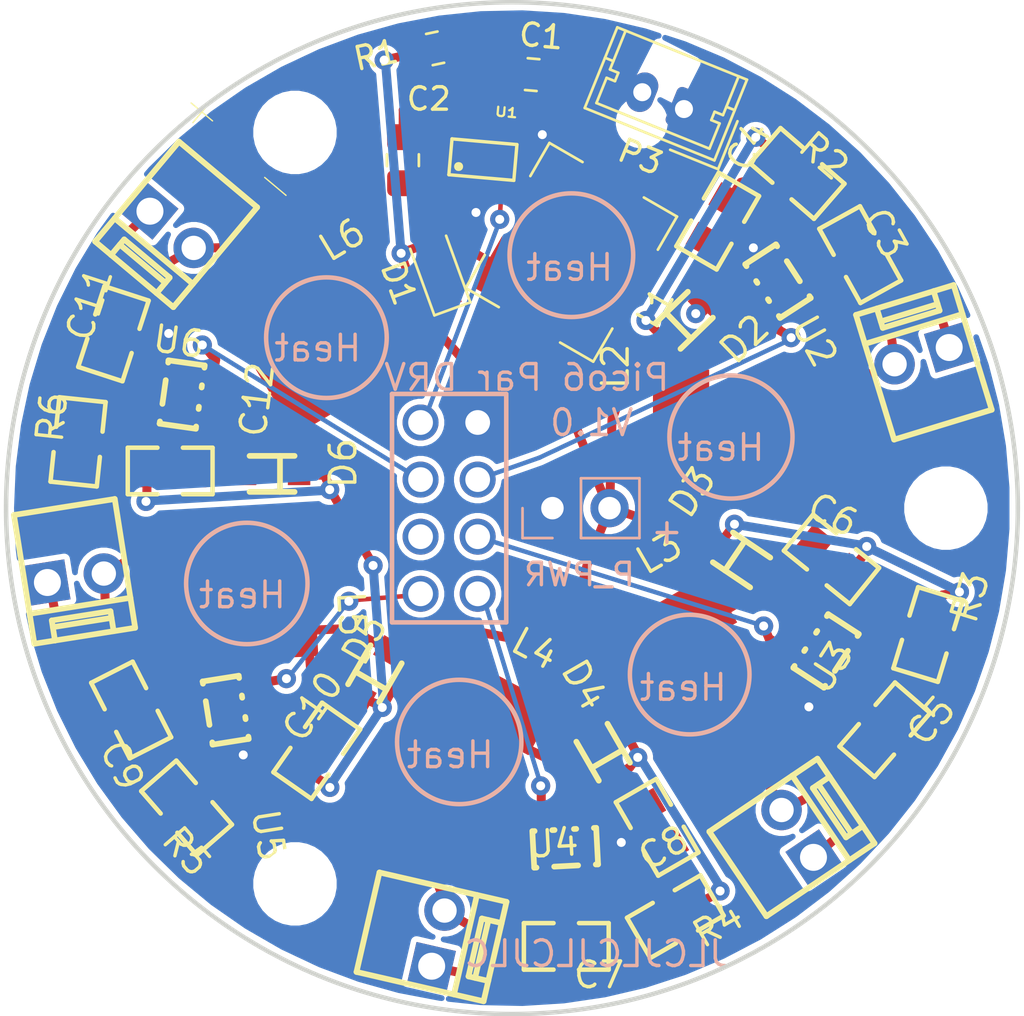
<source format=kicad_pcb>
(kicad_pcb (version 20171130) (host pcbnew "(5.1.4-0-10_14)")

  (general
    (thickness 1.6)
    (drawings 19)
    (tracks 226)
    (zones 0)
    (modules 47)
    (nets 28)
  )

  (page A4)
  (layers
    (0 F.Cu signal)
    (31 B.Cu signal hide)
    (32 B.Adhes user)
    (33 F.Adhes user)
    (34 B.Paste user)
    (35 F.Paste user)
    (36 B.SilkS user)
    (37 F.SilkS user)
    (38 B.Mask user)
    (39 F.Mask user)
    (40 Dwgs.User user)
    (41 Cmts.User user)
    (42 Eco1.User user)
    (43 Eco2.User user)
    (44 Edge.Cuts user)
    (45 Margin user)
    (46 B.CrtYd user)
    (47 F.CrtYd user)
    (48 B.Fab user hide)
    (49 F.Fab user hide)
  )

  (setup
    (last_trace_width 0.4)
    (user_trace_width 0.4)
    (trace_clearance 0.2)
    (zone_clearance 0.254)
    (zone_45_only no)
    (trace_min 0.2)
    (via_size 0.8)
    (via_drill 0.4)
    (via_min_size 0.4)
    (via_min_drill 0.3)
    (uvia_size 0.3)
    (uvia_drill 0.1)
    (uvias_allowed no)
    (uvia_min_size 0.2)
    (uvia_min_drill 0.1)
    (edge_width 0.05)
    (segment_width 0.2)
    (pcb_text_width 0.3)
    (pcb_text_size 1.5 1.5)
    (mod_edge_width 0.12)
    (mod_text_size 1 1)
    (mod_text_width 0.15)
    (pad_size 1.7 1.7)
    (pad_drill 1)
    (pad_to_mask_clearance 0.051)
    (solder_mask_min_width 0.25)
    (aux_axis_origin 0 0)
    (visible_elements FFFFFF7F)
    (pcbplotparams
      (layerselection 0x010fc_ffffffff)
      (usegerberextensions false)
      (usegerberattributes false)
      (usegerberadvancedattributes false)
      (creategerberjobfile false)
      (excludeedgelayer true)
      (linewidth 0.100000)
      (plotframeref false)
      (viasonmask false)
      (mode 1)
      (useauxorigin false)
      (hpglpennumber 1)
      (hpglpenspeed 20)
      (hpglpendiameter 15.000000)
      (psnegative false)
      (psa4output false)
      (plotreference true)
      (plotvalue true)
      (plotinvisibletext false)
      (padsonsilk false)
      (subtractmaskfromsilk false)
      (outputformat 1)
      (mirror false)
      (drillshape 1)
      (scaleselection 1)
      (outputdirectory ""))
  )

  (net 0 "")
  (net 1 GND)
  (net 2 CTRL_A)
  (net 3 VIN)
  (net 4 CTRL_R)
  (net 5 CTRL_UV)
  (net 6 CTRL_W)
  (net 7 CTRL_B)
  (net 8 CTRL_G)
  (net 9 U2_4)
  (net 10 C3_2)
  (net 11 U2_1)
  (net 12 U3_1)
  (net 13 L3_2)
  (net 14 U3_4)
  (net 15 P6_1)
  (net 16 P6_2)
  (net 17 D4_2)
  (net 18 P8_1)
  (net 19 P8_2)
  (net 20 D5_2)
  (net 21 P7_1)
  (net 22 P7_2)
  (net 23 D6_2)
  (net 24 "Net-(C1-Pad2)")
  (net 25 "Net-(C1-Pad1)")
  (net 26 "Net-(D1-Pad1)")
  (net 27 GNDREF)

  (net_class Default "Dies ist die voreingestellte Netzklasse."
    (clearance 0.2)
    (trace_width 0.25)
    (via_dia 0.8)
    (via_drill 0.4)
    (uvia_dia 0.3)
    (uvia_drill 0.1)
    (add_net C3_2)
    (add_net CTRL_A)
    (add_net CTRL_B)
    (add_net CTRL_G)
    (add_net CTRL_R)
    (add_net CTRL_UV)
    (add_net CTRL_W)
    (add_net D4_2)
    (add_net D5_2)
    (add_net D6_2)
    (add_net GND)
    (add_net GNDREF)
    (add_net L3_2)
    (add_net "Net-(C1-Pad1)")
    (add_net "Net-(C1-Pad2)")
    (add_net "Net-(D1-Pad1)")
    (add_net P6_1)
    (add_net P6_2)
    (add_net P7_1)
    (add_net P7_2)
    (add_net P8_1)
    (add_net P8_2)
    (add_net U2_1)
    (add_net U2_4)
    (add_net U3_1)
    (add_net U3_4)
    (add_net VIN)
  )

  (module MountingHole:MountingHole_3.2mm_M3 (layer F.Cu) (tedit 56D1B4CB) (tstamp 5E935543)
    (at 169.3 120)
    (descr "Mounting Hole 3.2mm, no annular, M3")
    (tags "mounting hole 3.2mm no annular m3")
    (path /5E954267)
    (attr virtual)
    (fp_text reference H3 (at 0 -4.2) (layer F.SilkS) hide
      (effects (font (size 1 1) (thickness 0.15)))
    )
    (fp_text value MountingHole (at 0 4.2) (layer F.Fab) hide
      (effects (font (size 1 1) (thickness 0.15)))
    )
    (fp_circle (center 0 0) (end 3.45 0) (layer F.CrtYd) (width 0.05))
    (fp_circle (center 0 0) (end 3.2 0) (layer Cmts.User) (width 0.15))
    (fp_text user %R (at 0.3 0) (layer F.Fab) hide
      (effects (font (size 1 1) (thickness 0.15)))
    )
    (pad 1 np_thru_hole circle (at 0 0) (size 3.2 3.2) (drill 3.2) (layers *.Cu *.Mask))
  )

  (module MountingHole:MountingHole_3.2mm_M3 (layer F.Cu) (tedit 56D1B4CB) (tstamp 5E93553B)
    (at 140.35 136.7)
    (descr "Mounting Hole 3.2mm, no annular, M3")
    (tags "mounting hole 3.2mm no annular m3")
    (path /5E9540A7)
    (attr virtual)
    (fp_text reference H2 (at 0 -4.2) (layer F.SilkS) hide
      (effects (font (size 1 1) (thickness 0.15)))
    )
    (fp_text value MountingHole (at 0 4.2) (layer F.Fab) hide
      (effects (font (size 1 1) (thickness 0.15)))
    )
    (fp_circle (center 0 0) (end 3.45 0) (layer F.CrtYd) (width 0.05))
    (fp_circle (center 0 0) (end 3.2 0) (layer Cmts.User) (width 0.15))
    (fp_text user %R (at 0.3 0) (layer F.Fab) hide
      (effects (font (size 1 1) (thickness 0.15)))
    )
    (pad 1 np_thru_hole circle (at 0 0) (size 3.2 3.2) (drill 3.2) (layers *.Cu *.Mask))
  )

  (module MountingHole:MountingHole_3.2mm_M3 (layer F.Cu) (tedit 56D1B4CB) (tstamp 5E935533)
    (at 140.35 103.29)
    (descr "Mounting Hole 3.2mm, no annular, M3")
    (tags "mounting hole 3.2mm no annular m3")
    (path /5E953A3A)
    (attr virtual)
    (fp_text reference H1 (at 0 -4.2) (layer F.SilkS) hide
      (effects (font (size 1 1) (thickness 0.15)))
    )
    (fp_text value MountingHole (at 0 4.2) (layer F.Fab) hide
      (effects (font (size 1 1) (thickness 0.15)))
    )
    (fp_circle (center 0 0) (end 3.45 0) (layer F.CrtYd) (width 0.05))
    (fp_circle (center 0 0) (end 3.2 0) (layer Cmts.User) (width 0.15))
    (fp_text user %R (at 0.3 0) (layer F.Fab) hide
      (effects (font (size 1 1) (thickness 0.15)))
    )
    (pad 1 np_thru_hole circle (at 0 0) (size 3.2 3.2) (drill 3.2) (layers *.Cu *.Mask))
  )

  (module Connector_Molex:Molex_Micro-Latch_53253-0270_1x02_P2.00mm_Vertical (layer F.Cu) (tedit 5E6C90A7) (tstamp 5E92AC5D)
    (at 157.65 102.25 158)
    (descr "Molex Micro-Latch Wire-to-Board Connector System, 53253-0270 (compatible alternatives: 53253-0250), 2 Pins per row (http://www.molex.com/pdm_docs/sd/532530770_sd.pdf), generated with kicad-footprint-generator")
    (tags "connector Molex Micro-Latch side entry")
    (path /5E9352BD)
    (fp_text reference P3 (at 1 -2.7 158) (layer F.SilkS)
      (effects (font (size 1 1) (thickness 0.15)))
    )
    (fp_text value CH_R (at 1 3.35 158) (layer F.Fab)
      (effects (font (size 1 1) (thickness 0.15)))
    )
    (fp_text user %R (at 1 1.45 158) (layer F.Fab)
      (effects (font (size 1 1) (thickness 0.15)))
    )
    (fp_line (start 4.5 -2) (end -2.5 -2) (layer F.CrtYd) (width 0.05))
    (fp_line (start 4.5 2.65) (end 4.5 -2) (layer F.CrtYd) (width 0.05))
    (fp_line (start -2.5 2.65) (end 4.5 2.65) (layer F.CrtYd) (width 0.05))
    (fp_line (start -2.5 -2) (end -2.5 2.65) (layer F.CrtYd) (width 0.05))
    (fp_line (start 3.71 0.4) (end 3.71 2.26) (layer F.SilkS) (width 0.12))
    (fp_line (start 3.31 0.4) (end 3.71 0.4) (layer F.SilkS) (width 0.12))
    (fp_line (start 3.31 0) (end 3.31 0.4) (layer F.SilkS) (width 0.12))
    (fp_line (start 3.71 0) (end 3.31 0) (layer F.SilkS) (width 0.12))
    (fp_line (start 3.71 -1.21) (end 3.71 0) (layer F.SilkS) (width 0.12))
    (fp_line (start 1 -1.21) (end 3.71 -1.21) (layer F.SilkS) (width 0.12))
    (fp_line (start -1.71 0.4) (end -1.71 2.26) (layer F.SilkS) (width 0.12))
    (fp_line (start -1.31 0.4) (end -1.71 0.4) (layer F.SilkS) (width 0.12))
    (fp_line (start -1.31 0) (end -1.31 0.4) (layer F.SilkS) (width 0.12))
    (fp_line (start -1.71 0) (end -1.31 0) (layer F.SilkS) (width 0.12))
    (fp_line (start -1.71 -1.21) (end -1.71 0) (layer F.SilkS) (width 0.12))
    (fp_line (start 1 -1.21) (end -1.71 -1.21) (layer F.SilkS) (width 0.12))
    (fp_line (start 4.11 0.8) (end 3.71 0.8) (layer F.SilkS) (width 0.12))
    (fp_line (start -2.11 0.8) (end -1.71 0.8) (layer F.SilkS) (width 0.12))
    (fp_line (start 0 -0.792893) (end 0.5 -1.5) (layer F.Fab) (width 0.1))
    (fp_line (start -0.5 -1.5) (end 0 -0.792893) (layer F.Fab) (width 0.1))
    (fp_line (start -2.41 -1.91) (end -2.41 0.39) (layer F.SilkS) (width 0.12))
    (fp_line (start -0.11 -1.91) (end -2.41 -1.91) (layer F.SilkS) (width 0.12))
    (fp_line (start 4.11 -1.61) (end -2.11 -1.61) (layer F.SilkS) (width 0.12))
    (fp_line (start 4.11 2.26) (end 4.11 -1.61) (layer F.SilkS) (width 0.12))
    (fp_line (start -2.11 2.26) (end 4.11 2.26) (layer F.SilkS) (width 0.12))
    (fp_line (start -2.11 -1.61) (end -2.11 2.26) (layer F.SilkS) (width 0.12))
    (fp_line (start 4 -1.5) (end -2 -1.5) (layer F.Fab) (width 0.1))
    (fp_line (start 4 2.15) (end 4 -1.5) (layer F.Fab) (width 0.1))
    (fp_line (start -2 2.15) (end 4 2.15) (layer F.Fab) (width 0.1))
    (fp_line (start -2 -1.5) (end -2 2.15) (layer F.Fab) (width 0.1))
    (pad 2 thru_hole oval (at 2 0 158) (size 1.2 1.8) (drill 0.8) (layers *.Cu *.Mask)
      (net 24 "Net-(C1-Pad2)"))
    (pad 1 thru_hole roundrect (at 0 0 158) (size 1.2 1.8) (drill 0.8) (layers *.Cu *.Mask) (roundrect_rratio 0.208333)
      (net 25 "Net-(C1-Pad1)"))
    (model ${KISYS3DMOD}/Connector_Molex.3dshapes/Molex_Micro-Latch_53253-0270_1x02_P2.00mm_Vertical.wrl
      (at (xyz 0 0 0))
      (scale (xyz 1 1 1))
      (rotate (xyz 0 0 0))
    )
    (model "/Users/Chris/Dropbox/KiCad/libraries/custom.pretty/Molex MICRO-LATCH_532530270_2pin__2.00_.stp"
      (offset (xyz 1 -0.3 2.8))
      (scale (xyz 1 1 1))
      (rotate (xyz -90 0 0))
    )
  )

  (module custom:ABG06A45M330 (layer F.Cu) (tedit 5E922CA9) (tstamp 5E933AFC)
    (at 152.686603 108.791858 240)
    (descr "COILANK INTERNATIONAL ABG06A45M330 ")
    (tags "L C253597")
    (path /5E931B85)
    (attr smd)
    (fp_text reference L1 (at 0.15 -4.35 60) (layer F.SilkS)
      (effects (font (size 1 1) (thickness 0.15)))
    )
    (fp_text value 33uH (at 0.05 -6.15 60) (layer F.Fab)
      (effects (font (size 1 1) (thickness 0.15)))
    )
    (fp_line (start -4.1 3.65) (end -4.1 -3.45) (layer F.CrtYd) (width 0.12))
    (fp_line (start 3.9 3.65) (end -4.1 3.65) (layer F.CrtYd) (width 0.12))
    (fp_line (start 3.9 -3.45) (end 3.9 3.65) (layer F.CrtYd) (width 0.12))
    (fp_line (start -4.1 -3.45) (end 3.9 -3.45) (layer F.CrtYd) (width 0.12))
    (fp_line (start 3.6 3.4) (end 3.6 1.7) (layer F.SilkS) (width 0.12))
    (fp_line (start 3.6 3.4) (end 1.9 3.4) (layer F.SilkS) (width 0.12))
    (fp_line (start -3.85 3.4) (end -3.85 1.7) (layer F.SilkS) (width 0.12))
    (fp_line (start -3.85 3.4) (end -2.15 3.4) (layer F.SilkS) (width 0.12))
    (fp_line (start 3.6 -3.15) (end 1.9 -3.15) (layer F.SilkS) (width 0.12))
    (fp_line (start 3.6 -3.15) (end 3.6 -1.45) (layer F.SilkS) (width 0.12))
    (fp_line (start -3.85 -3.15) (end -3.85 -1.45) (layer F.SilkS) (width 0.12))
    (fp_line (start -3.85 -3.15) (end -2.15 -3.15) (layer F.SilkS) (width 0.12))
    (pad 1 smd rect (at -2.3 0.1 150) (size 6.1 2.6) (layers F.Cu F.Paste F.Mask)
      (net 24 "Net-(C1-Pad2)"))
    (pad 2 smd rect (at 2.1 0.1 330) (size 6.1 2.6) (layers F.Cu F.Paste F.Mask)
      (net 26 "Net-(D1-Pad1)"))
    (model /Users/Chris/Dropbox/KiCad/libraries/3DModels/smd-inductors-type-cdxx-1.snapshot.2/SMD_Inductor_CD54.step
      (at (xyz 0 0 0))
      (scale (xyz 1.2 1.2 1.2))
      (rotate (xyz 0 0 0))
    )
  )

  (module Connector_PinSocket_2.54mm:PinSocket_1x02_P2.54mm_Vertical (layer B.Cu) (tedit 5E922F66) (tstamp 5E92AC3D)
    (at 151.8 120 270)
    (descr "Through hole straight socket strip, 1x02, 2.54mm pitch, single row (from Kicad 4.0.7), script generated")
    (tags "Through hole socket strip THT 1x02 2.54mm single row")
    (path /5E93839E)
    (fp_text reference P2 (at 0 2.77 270) (layer B.SilkS) hide
      (effects (font (size 1 1) (thickness 0.15)) (justify mirror))
    )
    (fp_text value P_PWR (at 2.95 -1.2) (layer B.SilkS)
      (effects (font (size 1 1) (thickness 0.15)) (justify mirror))
    )
    (fp_text user %R (at 0 -1.27) (layer B.Fab) hide
      (effects (font (size 1 1) (thickness 0.15)) (justify mirror))
    )
    (fp_line (start -1.8 -4.3) (end -1.8 1.8) (layer B.CrtYd) (width 0.05))
    (fp_line (start 1.75 -4.3) (end -1.8 -4.3) (layer B.CrtYd) (width 0.05))
    (fp_line (start 1.75 1.8) (end 1.75 -4.3) (layer B.CrtYd) (width 0.05))
    (fp_line (start -1.8 1.8) (end 1.75 1.8) (layer B.CrtYd) (width 0.05))
    (fp_line (start 0 1.33) (end 1.33 1.33) (layer B.SilkS) (width 0.12))
    (fp_line (start 1.33 1.33) (end 1.33 0) (layer B.SilkS) (width 0.12))
    (fp_line (start 1.33 -1.27) (end 1.33 -3.87) (layer B.SilkS) (width 0.12))
    (fp_line (start -1.33 -3.87) (end 1.33 -3.87) (layer B.SilkS) (width 0.12))
    (fp_line (start -1.33 -1.27) (end -1.33 -3.87) (layer B.SilkS) (width 0.12))
    (fp_line (start -1.33 -1.27) (end 1.33 -1.27) (layer B.SilkS) (width 0.12))
    (fp_line (start -1.27 -3.81) (end -1.27 1.27) (layer B.Fab) (width 0.1))
    (fp_line (start 1.27 -3.81) (end -1.27 -3.81) (layer B.Fab) (width 0.1))
    (fp_line (start 1.27 0.635) (end 1.27 -3.81) (layer B.Fab) (width 0.1))
    (fp_line (start 0.635 1.27) (end 1.27 0.635) (layer B.Fab) (width 0.1))
    (fp_line (start -1.27 1.27) (end 0.635 1.27) (layer B.Fab) (width 0.1))
    (pad 2 thru_hole oval (at 0 -2.54 270) (size 1.7 1.7) (drill 1) (layers *.Cu *.Mask)
      (net 3 VIN))
    (pad 1 thru_hole rect (at 0 0 270) (size 1.7 1.7) (drill 1) (layers *.Cu *.Mask)
      (net 27 GNDREF))
    (model ${KISYS3DMOD}/Connector_PinSocket_2.54mm.3dshapes/PinSocket_1x02_P2.54mm_Vertical.wrl
      (at (xyz 0 0 0))
      (scale (xyz 1 1 1))
      (rotate (xyz 0 0 0))
    )
  )

  (module gsg-modules:SOT25 (layer F.Cu) (tedit 57E1BE70) (tstamp 5E931BC8)
    (at 148.708202 104.5 355)
    (path /5E931131)
    (attr smd)
    (fp_text reference U1 (at 0.854807 -2.182808 175) (layer F.SilkS)
      (effects (font (size 0.4 0.5) (thickness 0.1)))
    )
    (fp_text value AL8807 (at 0 0 175) (layer F.SilkS) hide
      (effects (font (size 0.4 0.5) (thickness 0.1)))
    )
    (fp_circle (center -1.05 0.4) (end -0.95 0.4) (layer F.SilkS) (width 0.2))
    (fp_line (start -1.45 -0.8) (end 1.45 -0.8) (layer F.SilkS) (width 0.15))
    (fp_line (start 1.45 -0.8) (end 1.45 0.8) (layer F.SilkS) (width 0.15))
    (fp_line (start 1.45 0.8) (end -1.45 0.8) (layer F.SilkS) (width 0.15))
    (fp_line (start -1.45 0.8) (end -1.45 -0.8) (layer F.SilkS) (width 0.15))
    (pad 5 smd rect (at -0.95 -1.2 355) (size 0.55 0.8) (layers F.Cu F.Paste F.Mask)
      (net 3 VIN))
    (pad 4 smd rect (at 0.95 -1.2 355) (size 0.55 0.8) (layers F.Cu F.Paste F.Mask)
      (net 25 "Net-(C1-Pad1)"))
    (pad 3 smd rect (at 0.95 1.2 355) (size 0.55 0.8) (layers F.Cu F.Paste F.Mask)
      (net 4 CTRL_R))
    (pad 2 smd rect (at 0 1.2 355) (size 0.55 0.8) (layers F.Cu F.Paste F.Mask)
      (net 27 GNDREF))
    (pad 1 smd rect (at -0.95 1.2 355) (size 0.55 0.8) (layers F.Cu F.Paste F.Mask)
      (net 26 "Net-(D1-Pad1)"))
  )

  (module Diode_SMD:D_SOD-323_HandSoldering (layer F.Cu) (tedit 58641869) (tstamp 5E92AC27)
    (at 146.7 109.35 110)
    (descr SOD-323)
    (tags SOD-323)
    (path /5E93D28F)
    (attr smd)
    (fp_text reference D1 (at 0 -1.85 110) (layer F.SilkS)
      (effects (font (size 1 1) (thickness 0.15)))
    )
    (fp_text value BAT20JFILM (at 0.1 1.9 110) (layer F.Fab)
      (effects (font (size 1 1) (thickness 0.15)))
    )
    (fp_line (start -1.9 -0.85) (end 1.25 -0.85) (layer F.SilkS) (width 0.12))
    (fp_line (start -1.9 0.85) (end 1.25 0.85) (layer F.SilkS) (width 0.12))
    (fp_line (start -2 -0.95) (end -2 0.95) (layer F.CrtYd) (width 0.05))
    (fp_line (start -2 0.95) (end 2 0.95) (layer F.CrtYd) (width 0.05))
    (fp_line (start 2 -0.95) (end 2 0.95) (layer F.CrtYd) (width 0.05))
    (fp_line (start -2 -0.95) (end 2 -0.95) (layer F.CrtYd) (width 0.05))
    (fp_line (start -0.9 -0.7) (end 0.9 -0.7) (layer F.Fab) (width 0.1))
    (fp_line (start 0.9 -0.7) (end 0.9 0.7) (layer F.Fab) (width 0.1))
    (fp_line (start 0.9 0.7) (end -0.9 0.7) (layer F.Fab) (width 0.1))
    (fp_line (start -0.9 0.7) (end -0.9 -0.7) (layer F.Fab) (width 0.1))
    (fp_line (start -0.3 -0.35) (end -0.3 0.35) (layer F.Fab) (width 0.1))
    (fp_line (start -0.3 0) (end -0.5 0) (layer F.Fab) (width 0.1))
    (fp_line (start -0.3 0) (end 0.2 -0.35) (layer F.Fab) (width 0.1))
    (fp_line (start 0.2 -0.35) (end 0.2 0.35) (layer F.Fab) (width 0.1))
    (fp_line (start 0.2 0.35) (end -0.3 0) (layer F.Fab) (width 0.1))
    (fp_line (start 0.2 0) (end 0.45 0) (layer F.Fab) (width 0.1))
    (fp_line (start -1.9 -0.85) (end -1.9 0.85) (layer F.SilkS) (width 0.12))
    (fp_text user %R (at 0 -1.85 110) (layer F.Fab)
      (effects (font (size 1 1) (thickness 0.15)))
    )
    (pad 2 smd rect (at 1.25 0 110) (size 1 1) (layers F.Cu F.Paste F.Mask)
      (net 3 VIN))
    (pad 1 smd rect (at -1.25 0 110) (size 1 1) (layers F.Cu F.Paste F.Mask)
      (net 26 "Net-(D1-Pad1)"))
    (model ${KISYS3DMOD}/Diode_SMD.3dshapes/D_SOD-323.wrl
      (at (xyz 0 0 0))
      (scale (xyz 1 1 1))
      (rotate (xyz 0 0 0))
    )
  )

  (module Resistor_SMD:R_0805_2012Metric (layer F.Cu) (tedit 5B36C52B) (tstamp 5E92AC6E)
    (at 146.582987 99.55 12)
    (descr "Resistor SMD 0805 (2012 Metric), square (rectangular) end terminal, IPC_7351 nominal, (Body size source: https://docs.google.com/spreadsheets/d/1BsfQQcO9C6DZCsRaXUlFlo91Tg2WpOkGARC1WS5S8t0/edit?usp=sharing), generated with kicad-footprint-generator")
    (tags resistor)
    (path /5E9326EC)
    (attr smd)
    (fp_text reference R1 (at -2.637823 -0.253984 12) (layer F.SilkS)
      (effects (font (size 1 1) (thickness 0.15)))
    )
    (fp_text value 0.3R (at 0 1.65 12) (layer F.Fab)
      (effects (font (size 1 1) (thickness 0.15)))
    )
    (fp_text user %R (at 0 0 12) (layer F.Fab)
      (effects (font (size 0.5 0.5) (thickness 0.08)))
    )
    (fp_line (start 1.68 0.95) (end -1.68 0.95) (layer F.CrtYd) (width 0.05))
    (fp_line (start 1.68 -0.95) (end 1.68 0.95) (layer F.CrtYd) (width 0.05))
    (fp_line (start -1.68 -0.95) (end 1.68 -0.95) (layer F.CrtYd) (width 0.05))
    (fp_line (start -1.68 0.95) (end -1.68 -0.95) (layer F.CrtYd) (width 0.05))
    (fp_line (start -0.258578 0.71) (end 0.258578 0.71) (layer F.SilkS) (width 0.12))
    (fp_line (start -0.258578 -0.71) (end 0.258578 -0.71) (layer F.SilkS) (width 0.12))
    (fp_line (start 1 0.6) (end -1 0.6) (layer F.Fab) (width 0.1))
    (fp_line (start 1 -0.6) (end 1 0.6) (layer F.Fab) (width 0.1))
    (fp_line (start -1 -0.6) (end 1 -0.6) (layer F.Fab) (width 0.1))
    (fp_line (start -1 0.6) (end -1 -0.6) (layer F.Fab) (width 0.1))
    (pad 2 smd roundrect (at 0.9375 0 12) (size 0.975 1.4) (layers F.Cu F.Paste F.Mask) (roundrect_rratio 0.25)
      (net 25 "Net-(C1-Pad1)"))
    (pad 1 smd roundrect (at -0.9375 0 12) (size 0.975 1.4) (layers F.Cu F.Paste F.Mask) (roundrect_rratio 0.25)
      (net 3 VIN))
    (model ${KISYS3DMOD}/Resistor_SMD.3dshapes/R_0805_2012Metric.wrl
      (at (xyz 0 0 0))
      (scale (xyz 1 1 1))
      (rotate (xyz 0 0 0))
    )
  )

  (module Capacitor_SMD:C_0805_2012Metric_Pad1.15x1.40mm_HandSolder (layer F.Cu) (tedit 5B36C52B) (tstamp 5E92AC0F)
    (at 145.15 104.525 270)
    (descr "Capacitor SMD 0805 (2012 Metric), square (rectangular) end terminal, IPC_7351 nominal with elongated pad for handsoldering. (Body size source: https://docs.google.com/spreadsheets/d/1BsfQQcO9C6DZCsRaXUlFlo91Tg2WpOkGARC1WS5S8t0/edit?usp=sharing), generated with kicad-footprint-generator")
    (tags "capacitor handsolder")
    (path /5E9346CB)
    (attr smd)
    (fp_text reference C2 (at -2.725 -1.15 180) (layer F.SilkS)
      (effects (font (size 1 1) (thickness 0.15)))
    )
    (fp_text value 2.2uF (at 0 1.65 90) (layer F.Fab)
      (effects (font (size 1 1) (thickness 0.15)))
    )
    (fp_text user %R (at 0 0 90) (layer F.Fab)
      (effects (font (size 0.5 0.5) (thickness 0.08)))
    )
    (fp_line (start 1.85 0.95) (end -1.85 0.95) (layer F.CrtYd) (width 0.05))
    (fp_line (start 1.85 -0.95) (end 1.85 0.95) (layer F.CrtYd) (width 0.05))
    (fp_line (start -1.85 -0.95) (end 1.85 -0.95) (layer F.CrtYd) (width 0.05))
    (fp_line (start -1.85 0.95) (end -1.85 -0.95) (layer F.CrtYd) (width 0.05))
    (fp_line (start -0.261252 0.71) (end 0.261252 0.71) (layer F.SilkS) (width 0.12))
    (fp_line (start -0.261252 -0.71) (end 0.261252 -0.71) (layer F.SilkS) (width 0.12))
    (fp_line (start 1 0.6) (end -1 0.6) (layer F.Fab) (width 0.1))
    (fp_line (start 1 -0.6) (end 1 0.6) (layer F.Fab) (width 0.1))
    (fp_line (start -1 -0.6) (end 1 -0.6) (layer F.Fab) (width 0.1))
    (fp_line (start -1 0.6) (end -1 -0.6) (layer F.Fab) (width 0.1))
    (pad 2 smd roundrect (at 1.025 0 270) (size 1.15 1.4) (layers F.Cu F.Paste F.Mask) (roundrect_rratio 0.217391)
      (net 27 GNDREF))
    (pad 1 smd roundrect (at -1.025 0 270) (size 1.15 1.4) (layers F.Cu F.Paste F.Mask) (roundrect_rratio 0.217391)
      (net 3 VIN))
    (model ${KISYS3DMOD}/Capacitor_SMD.3dshapes/C_0805_2012Metric.wrl
      (at (xyz 0 0 0))
      (scale (xyz 1 1 1))
      (rotate (xyz 0 0 0))
    )
  )

  (module Capacitor_SMD:C_0805_2012Metric (layer F.Cu) (tedit 5B36C52B) (tstamp 5E92ABFE)
    (at 150.9 100.718291 355)
    (descr "Capacitor SMD 0805 (2012 Metric), square (rectangular) end terminal, IPC_7351 nominal, (Body size source: https://docs.google.com/spreadsheets/d/1BsfQQcO9C6DZCsRaXUlFlo91Tg2WpOkGARC1WS5S8t0/edit?usp=sharing), generated with kicad-footprint-generator")
    (tags capacitor)
    (path /5E932E96)
    (attr smd)
    (fp_text reference C1 (at 0.248719 -1.746615 175) (layer F.SilkS)
      (effects (font (size 1 1) (thickness 0.15)))
    )
    (fp_text value 1uF (at 0 1.65 175) (layer F.Fab)
      (effects (font (size 1 1) (thickness 0.15)))
    )
    (fp_text user %R (at 0 0 175) (layer F.Fab)
      (effects (font (size 0.5 0.5) (thickness 0.08)))
    )
    (fp_line (start 1.68 0.95) (end -1.68 0.95) (layer F.CrtYd) (width 0.05))
    (fp_line (start 1.68 -0.95) (end 1.68 0.95) (layer F.CrtYd) (width 0.05))
    (fp_line (start -1.68 -0.95) (end 1.68 -0.95) (layer F.CrtYd) (width 0.05))
    (fp_line (start -1.68 0.95) (end -1.68 -0.95) (layer F.CrtYd) (width 0.05))
    (fp_line (start -0.258578 0.71) (end 0.258578 0.71) (layer F.SilkS) (width 0.12))
    (fp_line (start -0.258578 -0.71) (end 0.258578 -0.71) (layer F.SilkS) (width 0.12))
    (fp_line (start 1 0.6) (end -1 0.6) (layer F.Fab) (width 0.1))
    (fp_line (start 1 -0.6) (end 1 0.6) (layer F.Fab) (width 0.1))
    (fp_line (start -1 -0.6) (end 1 -0.6) (layer F.Fab) (width 0.1))
    (fp_line (start -1 0.6) (end -1 -0.6) (layer F.Fab) (width 0.1))
    (pad 2 smd roundrect (at 0.9375 0 355) (size 0.975 1.4) (layers F.Cu F.Paste F.Mask) (roundrect_rratio 0.25)
      (net 24 "Net-(C1-Pad2)"))
    (pad 1 smd roundrect (at -0.9375 0 355) (size 0.975 1.4) (layers F.Cu F.Paste F.Mask) (roundrect_rratio 0.25)
      (net 25 "Net-(C1-Pad1)"))
    (model ${KISYS3DMOD}/Capacitor_SMD.3dshapes/C_0805_2012Metric.wrl
      (at (xyz 0 0 0))
      (scale (xyz 1 1 1))
      (rotate (xyz 0 0 0))
    )
  )

  (module easyeda:HDR-TH_8P-P2.54-V-R2-C4-S2.54 (layer F.Cu) (tedit 0) (tstamp 0)
    (at 147.206 120 90)
    (fp_text reference P1 (at 0 -2.54 90) (layer B.SilkS) hide
      (effects (font (size 1.143 1.143) (thickness 0.152)) (justify left mirror))
    )
    (fp_text value P_CTRL (at -6.854 2.226) (layer B.Fab)
      (effects (font (size 1.143 1.143) (thickness 0.152)) (justify left mirror))
    )
    (fp_line (start 5.08 -2.54) (end 5.08 2.54) (layer B.SilkS) (width 0.203))
    (fp_line (start 5.08 2.54) (end -5.08 2.54) (layer B.SilkS) (width 0.203))
    (fp_line (start -5.08 2.54) (end -5.08 -2.54) (layer B.SilkS) (width 0.203))
    (fp_line (start -5.08 -2.54) (end 5.08 -2.54) (layer B.SilkS) (width 0.203))
    (pad 1 thru_hole rect (at 3.81 1.27 90) (size 1.6 1.6) (drill 1.1) (layers *.Cu *.Paste *.Mask)
      (net 1 GND))
    (pad 2 thru_hole circle (at 3.81 -1.27 90) (size 1.6 1.6) (drill 1.1) (layers *.Cu *.Paste *.Mask)
      (net 4 CTRL_R))
    (pad 3 thru_hole circle (at 1.27 1.27 90) (size 1.6 1.6) (drill 1.1) (layers *.Cu *.Paste *.Mask)
      (net 8 CTRL_G))
    (pad 4 thru_hole circle (at 1.27 -1.27 90) (size 1.6 1.6) (drill 1.1) (layers *.Cu *.Paste *.Mask)
      (net 5 CTRL_UV))
    (pad 5 thru_hole circle (at -1.27 1.27 90) (size 1.6 1.6) (drill 1.1) (layers *.Cu *.Paste *.Mask)
      (net 7 CTRL_B))
    (pad 6 thru_hole circle (at -1.27 -1.27 90) (size 1.6 1.6) (drill 1.1) (layers *.Cu *.Paste *.Mask))
    (pad 7 thru_hole circle (at -3.81 1.27 90) (size 1.6 1.6) (drill 1.1) (layers *.Cu *.Paste *.Mask)
      (net 6 CTRL_W))
    (pad 8 thru_hole circle (at -3.81 -1.27 90) (size 1.6 1.6) (drill 1.1) (layers *.Cu *.Paste *.Mask)
      (net 2 CTRL_A))
  )

  (module easyeda:SOT23-5 (layer F.Cu) (tedit 0) (tstamp 0)
    (at 135.333 114.948 82)
    (attr smd)
    (fp_text reference U6 (at 2.312 -1.711 -8) (layer F.SilkS)
      (effects (font (size 1.143 1.143) (thickness 0.152)) (justify left))
    )
    (fp_text value AL8805 (at 0 -3.81 82) (layer F.Fab) hide
      (effects (font (size 1.143 1.143) (thickness 0.152)) (justify left))
    )
    (fp_line (start 1.321 -0.813) (end 1.422 -0.813) (layer F.SilkS) (width 0.254))
    (fp_line (start 1.422 -0.813) (end 1.422 0.813) (layer F.SilkS) (width 0.254))
    (fp_line (start 1.422 0.813) (end 1.321 0.813) (layer F.SilkS) (width 0.254))
    (fp_line (start -1.321 0.813) (end -1.422 0.813) (layer F.SilkS) (width 0.254))
    (fp_line (start -1.422 0.813) (end -1.422 -0.813) (layer F.SilkS) (width 0.254))
    (fp_line (start -1.422 -0.813) (end -1.321 -0.813) (layer F.SilkS) (width 0.254))
    (fp_line (start -0.533 -0.813) (end 0.533 -0.813) (layer F.SilkS) (width 0.254))
    (fp_line (start -0.432 0.813) (end -0.533 0.813) (layer F.SilkS) (width 0.254))
    (fp_line (start 0.533 0.813) (end 0.432 0.813) (layer F.SilkS) (width 0.254))
    (fp_line (start 1.422 0.813) (end -1.422 0.813) (layer Cmts.User) (width 0.254))
    (fp_line (start -1.422 -0.813) (end 1.422 -0.813) (layer Cmts.User) (width 0.254))
    (fp_text user gge5257 (at 0 0) (layer Cmts.User)
      (effects (font (size 1 1) (thickness 0.15)))
    )
    (pad 1 smd rect (at -0.94 1.295 82) (size 0.551 1.199) (layers F.Cu F.Paste F.Mask)
      (net 23 D6_2))
    (pad 2 smd rect (at 0 1.295 82) (size 0.551 1.199) (layers F.Cu F.Paste F.Mask)
      (net 1 GND))
    (pad 3 smd rect (at 0.94 1.295 82) (size 0.551 1.199) (layers F.Cu F.Paste F.Mask)
      (net 5 CTRL_UV))
    (pad 4 smd rect (at 0.94 -1.295 82) (size 0.551 1.199) (layers F.Cu F.Paste F.Mask)
      (net 21 P7_1))
    (pad 5 smd rect (at -0.94 -1.295 82) (size 0.551 1.199) (layers F.Cu F.Paste F.Mask)
      (net 3 VIN))
  )

  (module easyeda:0805 (layer F.Cu) (tedit 0) (tstamp 0)
    (at 130.704 117.041 84)
    (attr smd)
    (fp_text reference R6 (at -0.254 -1.27 84) (layer F.SilkS)
      (effects (font (size 1.143 1.143) (thickness 0.152)) (justify left))
    )
    (fp_text value 0.3R (at -0.254 -3.048 84) (layer F.Fab) hide
      (effects (font (size 1.143 1.143) (thickness 0.152)) (justify left))
    )
    (fp_line (start 0.555 1.035) (end 1.875 1.035) (layer F.SilkS) (width 0.2))
    (fp_line (start 1.875 1.035) (end 1.875 -1.035) (layer F.SilkS) (width 0.2))
    (fp_line (start 1.875 -1.035) (end 0.555 -1.035) (layer F.SilkS) (width 0.2))
    (fp_line (start -0.577 1.035) (end -1.897 1.035) (layer F.SilkS) (width 0.2))
    (fp_line (start -1.897 1.035) (end -1.897 -1.035) (layer F.SilkS) (width 0.2))
    (fp_line (start -1.897 -1.035) (end -0.577 -1.035) (layer F.SilkS) (width 0.2))
    (fp_text user gge5294 (at 0 0) (layer Cmts.User)
      (effects (font (size 1 1) (thickness 0.15)))
    )
    (pad 1 smd rect (at -1.016 0 84) (size 1.16 1.45) (layers F.Cu F.Paste F.Mask)
      (net 3 VIN))
    (pad 2 smd rect (at 1.016 0 84) (size 1.16 1.45) (layers F.Cu F.Paste F.Mask)
      (net 21 P7_1))
  )

  (module easyeda:SOT23-5 (layer F.Cu) (tedit 0) (tstamp 0)
    (at 137.268 128.985 99)
    (attr smd)
    (fp_text reference U5 (at -4.549 1.013 99) (layer F.SilkS)
      (effects (font (size 1.143 1.143) (thickness 0.152)) (justify left))
    )
    (fp_text value AL8805 (at 0 -3.81 99) (layer F.Fab) hide
      (effects (font (size 1.143 1.143) (thickness 0.152)) (justify left))
    )
    (fp_line (start 1.321 -0.813) (end 1.422 -0.813) (layer F.SilkS) (width 0.254))
    (fp_line (start 1.422 -0.813) (end 1.422 0.813) (layer F.SilkS) (width 0.254))
    (fp_line (start 1.422 0.813) (end 1.321 0.813) (layer F.SilkS) (width 0.254))
    (fp_line (start -1.321 0.813) (end -1.422 0.813) (layer F.SilkS) (width 0.254))
    (fp_line (start -1.422 0.813) (end -1.422 -0.813) (layer F.SilkS) (width 0.254))
    (fp_line (start -1.422 -0.813) (end -1.321 -0.813) (layer F.SilkS) (width 0.254))
    (fp_line (start -0.533 -0.813) (end 0.533 -0.813) (layer F.SilkS) (width 0.254))
    (fp_line (start -0.432 0.813) (end -0.533 0.813) (layer F.SilkS) (width 0.254))
    (fp_line (start 0.533 0.813) (end 0.432 0.813) (layer F.SilkS) (width 0.254))
    (fp_line (start 1.422 0.813) (end -1.422 0.813) (layer Cmts.User) (width 0.254))
    (fp_line (start -1.422 -0.813) (end 1.422 -0.813) (layer Cmts.User) (width 0.254))
    (fp_text user gge5345 (at 0 0) (layer Cmts.User)
      (effects (font (size 1 1) (thickness 0.15)))
    )
    (pad 1 smd rect (at -0.94 1.295 99) (size 0.551 1.199) (layers F.Cu F.Paste F.Mask)
      (net 20 D5_2))
    (pad 2 smd rect (at 0 1.295 99) (size 0.551 1.199) (layers F.Cu F.Paste F.Mask)
      (net 1 GND))
    (pad 3 smd rect (at 0.94 1.295 99) (size 0.551 1.199) (layers F.Cu F.Paste F.Mask)
      (net 2 CTRL_A))
    (pad 4 smd rect (at 0.94 -1.295 99) (size 0.551 1.199) (layers F.Cu F.Paste F.Mask)
      (net 18 P8_1))
    (pad 5 smd rect (at -0.94 -1.295 99) (size 0.551 1.199) (layers F.Cu F.Paste F.Mask)
      (net 3 VIN))
  )

  (module easyeda:0805 (layer F.Cu) (tedit 0) (tstamp 0)
    (at 135.522 133.321 131)
    (attr smd)
    (fp_text reference R5 (at -0.254 -1.27 131) (layer F.SilkS)
      (effects (font (size 1.143 1.143) (thickness 0.152)) (justify left))
    )
    (fp_text value 0.3R (at -0.254 -3.048 131) (layer F.Fab) hide
      (effects (font (size 1.143 1.143) (thickness 0.152)) (justify left))
    )
    (fp_line (start 0.555 1.035) (end 1.875 1.035) (layer F.SilkS) (width 0.2))
    (fp_line (start 1.875 1.035) (end 1.875 -1.035) (layer F.SilkS) (width 0.2))
    (fp_line (start 1.875 -1.035) (end 0.555 -1.035) (layer F.SilkS) (width 0.2))
    (fp_line (start -0.577 1.035) (end -1.897 1.035) (layer F.SilkS) (width 0.2))
    (fp_line (start -1.897 1.035) (end -1.897 -1.035) (layer F.SilkS) (width 0.2))
    (fp_line (start -1.897 -1.035) (end -0.577 -1.035) (layer F.SilkS) (width 0.2))
    (fp_text user gge5382 (at 0 0) (layer Cmts.User)
      (effects (font (size 1 1) (thickness 0.15)))
    )
    (pad 1 smd rect (at -1.016 0 131) (size 1.16 1.45) (layers F.Cu F.Paste F.Mask)
      (net 3 VIN))
    (pad 2 smd rect (at 1.016 0 131) (size 1.16 1.45) (layers F.Cu F.Paste F.Mask)
      (net 18 P8_1))
  )

  (module easyeda:SOT23-5 (layer F.Cu) (tedit 0) (tstamp 0)
    (at 152.368 135.104 183)
    (attr smd)
    (fp_text reference U4 (at 1.783 0.222 183) (layer F.SilkS)
      (effects (font (size 1.143 1.143) (thickness 0.152)) (justify left))
    )
    (fp_text value AL8805 (at 0 -3.81 183) (layer F.Fab) hide
      (effects (font (size 1.143 1.143) (thickness 0.152)) (justify left))
    )
    (fp_line (start 1.321 -0.813) (end 1.422 -0.813) (layer F.SilkS) (width 0.254))
    (fp_line (start 1.422 -0.813) (end 1.422 0.813) (layer F.SilkS) (width 0.254))
    (fp_line (start 1.422 0.813) (end 1.321 0.813) (layer F.SilkS) (width 0.254))
    (fp_line (start -1.321 0.813) (end -1.422 0.813) (layer F.SilkS) (width 0.254))
    (fp_line (start -1.422 0.813) (end -1.422 -0.813) (layer F.SilkS) (width 0.254))
    (fp_line (start -1.422 -0.813) (end -1.321 -0.813) (layer F.SilkS) (width 0.254))
    (fp_line (start -0.533 -0.813) (end 0.533 -0.813) (layer F.SilkS) (width 0.254))
    (fp_line (start -0.432 0.813) (end -0.533 0.813) (layer F.SilkS) (width 0.254))
    (fp_line (start 0.533 0.813) (end 0.432 0.813) (layer F.SilkS) (width 0.254))
    (fp_line (start 1.422 0.813) (end -1.422 0.813) (layer Cmts.User) (width 0.254))
    (fp_line (start -1.422 -0.813) (end 1.422 -0.813) (layer Cmts.User) (width 0.254))
    (fp_text user gge5433 (at 0 0) (layer Cmts.User)
      (effects (font (size 1 1) (thickness 0.15)))
    )
    (pad 1 smd rect (at -0.94 1.295 183) (size 0.551 1.199) (layers F.Cu F.Paste F.Mask)
      (net 17 D4_2))
    (pad 2 smd rect (at 0 1.295 183) (size 0.551 1.199) (layers F.Cu F.Paste F.Mask)
      (net 1 GND))
    (pad 3 smd rect (at 0.94 1.295 183) (size 0.551 1.199) (layers F.Cu F.Paste F.Mask)
      (net 6 CTRL_W))
    (pad 4 smd rect (at 0.94 -1.295 183) (size 0.551 1.199) (layers F.Cu F.Paste F.Mask)
      (net 15 P6_1))
    (pad 5 smd rect (at -0.94 -1.295 183) (size 0.551 1.199) (layers F.Cu F.Paste F.Mask)
      (net 3 VIN))
  )

  (module easyeda:0805 (layer F.Cu) (tedit 0) (tstamp 0)
    (at 157.259 138.175 210)
    (attr smd)
    (fp_text reference R4 (at -0.254 -1.27 210) (layer F.SilkS)
      (effects (font (size 1.143 1.143) (thickness 0.152)) (justify left))
    )
    (fp_text value 0.3R (at 3.06 -4.265 30) (layer F.Fab) hide
      (effects (font (size 1.143 1.143) (thickness 0.152)) (justify left))
    )
    (fp_line (start 0.555 1.035) (end 1.875 1.035) (layer F.SilkS) (width 0.2))
    (fp_line (start 1.875 1.035) (end 1.875 -1.035) (layer F.SilkS) (width 0.2))
    (fp_line (start 1.875 -1.035) (end 0.555 -1.035) (layer F.SilkS) (width 0.2))
    (fp_line (start -0.577 1.035) (end -1.897 1.035) (layer F.SilkS) (width 0.2))
    (fp_line (start -1.897 1.035) (end -1.897 -1.035) (layer F.SilkS) (width 0.2))
    (fp_line (start -1.897 -1.035) (end -0.577 -1.035) (layer F.SilkS) (width 0.2))
    (fp_text user gge5470 (at 0 0) (layer Cmts.User)
      (effects (font (size 1 1) (thickness 0.15)))
    )
    (pad 1 smd rect (at -1.016 0 210) (size 1.16 1.45) (layers F.Cu F.Paste F.Mask)
      (net 3 VIN))
    (pad 2 smd rect (at 1.016 0 210) (size 1.16 1.45) (layers F.Cu F.Paste F.Mask)
      (net 15 P6_1))
  )

  (module easyeda:0805 (layer F.Cu) (tedit 0) (tstamp 5E928BF5)
    (at 156.453 134.186 120)
    (attr smd)
    (fp_text reference C8 (at -0.946 -1.433 -150) (layer F.SilkS)
      (effects (font (size 1.143 1.143) (thickness 0.152)) (justify left))
    )
    (fp_text value 2.2uF (at -0.254 -3.048 120) (layer F.Fab) hide
      (effects (font (size 1.143 1.143) (thickness 0.152)) (justify left))
    )
    (fp_line (start 0.555 1.035) (end 1.875 1.035) (layer F.SilkS) (width 0.2))
    (fp_line (start 1.875 1.035) (end 1.875 -1.035) (layer F.SilkS) (width 0.2))
    (fp_line (start 1.875 -1.035) (end 0.555 -1.035) (layer F.SilkS) (width 0.2))
    (fp_line (start -0.577 1.035) (end -1.897 1.035) (layer F.SilkS) (width 0.2))
    (fp_line (start -1.897 1.035) (end -1.897 -1.035) (layer F.SilkS) (width 0.2))
    (fp_line (start -1.897 -1.035) (end -0.577 -1.035) (layer F.SilkS) (width 0.2))
    (fp_text user gge5487 (at 0 0) (layer Cmts.User)
      (effects (font (size 1 1) (thickness 0.15)))
    )
    (pad 1 smd rect (at -1.016 0 120) (size 1.16 1.45) (layers F.Cu F.Paste F.Mask)
      (net 3 VIN))
    (pad 2 smd rect (at 1.016 0 120) (size 1.16 1.45) (layers F.Cu F.Paste F.Mask)
      (net 1 GND))
  )

  (module easyeda:SRN6045 (layer F.Cu) (tedit 0) (tstamp 0)
    (at 141.749 112.444 31)
    (attr smd)
    (fp_text reference L6 (at 1.745 -3.397 31) (layer F.SilkS)
      (effects (font (size 1.143 1.143) (thickness 0.152)) (justify left))
    )
    (fp_text value 33uH (at -0.229 -5.004 31) (layer F.Fab) hide
      (effects (font (size 1.143 1.143) (thickness 0.152)) (justify left))
    )
    (fp_line (start -2.159 2.997) (end -3.15 2.007) (layer Cmts.User) (width 0.254))
    (fp_line (start -3.15 2.007) (end -3.15 -2.007) (layer Cmts.User) (width 0.254))
    (fp_line (start -3.15 -2.007) (end -2.159 -2.997) (layer Cmts.User) (width 0.254))
    (fp_line (start -2.159 -2.997) (end 2.159 -2.997) (layer Cmts.User) (width 0.254))
    (fp_line (start 2.159 -2.997) (end 3.15 -2.007) (layer Cmts.User) (width 0.254))
    (fp_line (start 3.15 -2.007) (end 3.15 2.007) (layer Cmts.User) (width 0.254))
    (fp_line (start 3.15 2.007) (end 2.159 2.997) (layer Cmts.User) (width 0.254))
    (fp_line (start 2.159 2.997) (end -2.159 2.997) (layer Cmts.User) (width 0.254))
    (fp_text user gge5504 (at 0 0) (layer Cmts.User)
      (effects (font (size 1 1) (thickness 0.15)))
    )
    (pad 1 smd rect (at -2.159 0 121) (size 5.999 2.499) (layers F.Cu F.Paste F.Mask)
      (net 23 D6_2))
    (pad 2 smd rect (at 2.159 0 121) (size 5.999 2.499) (layers F.Cu F.Paste F.Mask)
      (net 22 P7_2))
  )

  (module easyeda:SRN6045 (layer F.Cu) (tedit 0) (tstamp 0)
    (at 138.214 123.327 93)
    (attr smd)
    (fp_text reference L5 (at -0.508 4.572 93) (layer F.SilkS)
      (effects (font (size 1.143 1.143) (thickness 0.152)) (justify left))
    )
    (fp_text value 33uH (at -0.229 -5.004 93) (layer F.Fab) hide
      (effects (font (size 1.143 1.143) (thickness 0.152)) (justify left))
    )
    (fp_line (start -2.159 2.997) (end -3.15 2.007) (layer Cmts.User) (width 0.254))
    (fp_line (start -3.15 2.007) (end -3.15 -2.007) (layer Cmts.User) (width 0.254))
    (fp_line (start -3.15 -2.007) (end -2.159 -2.997) (layer Cmts.User) (width 0.254))
    (fp_line (start -2.159 -2.997) (end 2.159 -2.997) (layer Cmts.User) (width 0.254))
    (fp_line (start 2.159 -2.997) (end 3.15 -2.007) (layer Cmts.User) (width 0.254))
    (fp_line (start 3.15 -2.007) (end 3.15 2.007) (layer Cmts.User) (width 0.254))
    (fp_line (start 3.15 2.007) (end 2.159 2.997) (layer Cmts.User) (width 0.254))
    (fp_line (start 2.159 2.997) (end -2.159 2.997) (layer Cmts.User) (width 0.254))
    (fp_text user gge5527 (at 0 0) (layer Cmts.User)
      (effects (font (size 1 1) (thickness 0.15)))
    )
    (pad 1 smd rect (at -2.159 0 183) (size 5.999 2.499) (layers F.Cu F.Paste F.Mask)
      (net 20 D5_2))
    (pad 2 smd rect (at 2.159 0 183) (size 5.999 2.499) (layers F.Cu F.Paste F.Mask)
      (net 19 P8_2))
  )

  (module easyeda:SRN6045 (layer F.Cu) (tedit 0) (tstamp 0)
    (at 147.658 130.386 242)
    (attr smd)
    (fp_text reference L4 (at -5.229 0.086 152) (layer F.SilkS)
      (effects (font (size 1.143 1.143) (thickness 0.152)) (justify left))
    )
    (fp_text value 33uH (at 2.984 -7.116 92) (layer F.Fab) hide
      (effects (font (size 1.143 1.143) (thickness 0.152)) (justify left))
    )
    (fp_line (start -2.159 2.997) (end -3.15 2.007) (layer Cmts.User) (width 0.254))
    (fp_line (start -3.15 2.007) (end -3.15 -2.007) (layer Cmts.User) (width 0.254))
    (fp_line (start -3.15 -2.007) (end -2.159 -2.997) (layer Cmts.User) (width 0.254))
    (fp_line (start -2.159 -2.997) (end 2.159 -2.997) (layer Cmts.User) (width 0.254))
    (fp_line (start 2.159 -2.997) (end 3.15 -2.007) (layer Cmts.User) (width 0.254))
    (fp_line (start 3.15 -2.007) (end 3.15 2.007) (layer Cmts.User) (width 0.254))
    (fp_line (start 3.15 2.007) (end 2.159 2.997) (layer Cmts.User) (width 0.254))
    (fp_line (start 2.159 2.997) (end -2.159 2.997) (layer Cmts.User) (width 0.254))
    (fp_text user gge5550 (at 0 0) (layer Cmts.User)
      (effects (font (size 1 1) (thickness 0.15)))
    )
    (pad 1 smd rect (at -2.159 0 332) (size 5.999 2.499) (layers F.Cu F.Paste F.Mask)
      (net 17 D4_2))
    (pad 2 smd rect (at 2.159 0 332) (size 5.999 2.499) (layers F.Cu F.Paste F.Mask)
      (net 16 P6_2))
  )

  (module easyeda:0805 (layer F.Cu) (tedit 0) (tstamp 0)
    (at 152.405 139.49 180)
    (attr smd)
    (fp_text reference C7 (at -0.254 -1.27 180) (layer F.SilkS)
      (effects (font (size 1.143 1.143) (thickness 0.152)) (justify left))
    )
    (fp_text value 1uF (at 1.938 -4.265) (layer F.Fab) hide
      (effects (font (size 1.143 1.143) (thickness 0.152)) (justify left))
    )
    (fp_line (start 0.555 1.035) (end 1.875 1.035) (layer F.SilkS) (width 0.2))
    (fp_line (start 1.875 1.035) (end 1.875 -1.035) (layer F.SilkS) (width 0.2))
    (fp_line (start 1.875 -1.035) (end 0.555 -1.035) (layer F.SilkS) (width 0.2))
    (fp_line (start -0.577 1.035) (end -1.897 1.035) (layer F.SilkS) (width 0.2))
    (fp_line (start -1.897 1.035) (end -1.897 -1.035) (layer F.SilkS) (width 0.2))
    (fp_line (start -1.897 -1.035) (end -0.577 -1.035) (layer F.SilkS) (width 0.2))
    (fp_text user gge5573 (at 0 0) (layer Cmts.User)
      (effects (font (size 1 1) (thickness 0.15)))
    )
    (pad 1 smd rect (at -1.016 0 180) (size 1.16 1.45) (layers F.Cu F.Paste F.Mask)
      (net 15 P6_1))
    (pad 2 smd rect (at 1.016 0 180) (size 1.16 1.45) (layers F.Cu F.Paste F.Mask)
      (net 16 P6_2))
  )

  (module easyeda:SOD-323_L1.8-W1.3-LS2.5-RD (layer F.Cu) (tedit 0) (tstamp 0)
    (at 139.332 118.476 180)
    (attr smd)
    (fp_text reference D6 (at -3.157 -0.736 90) (layer F.SilkS)
      (effects (font (size 1.143 1.143) (thickness 0.152)) (justify left))
    )
    (fp_text value BAT20JFILM (at 9.393 -4.01) (layer F.Fab) hide
      (effects (font (size 1.143 1.143) (thickness 0.152)) (justify left))
    )
    (fp_line (start -1 -0.8) (end 1 -0.8) (layer F.SilkS) (width 0.254))
    (fp_line (start -1 0.8) (end 1 0.8) (layer F.SilkS) (width 0.254))
    (fp_line (start -0.351 -0.8) (end -0.351 0.8) (layer F.SilkS) (width 0.254))
    (fp_text user gge5590 (at 0 0) (layer Cmts.User)
      (effects (font (size 1 1) (thickness 0.15)))
    )
    (pad 2 smd rect (at 1.2 0) (size 1 1) (layers F.Cu F.Paste F.Mask)
      (net 23 D6_2))
    (pad 1 smd rect (at -1.2 0) (size 1 1) (layers F.Cu F.Paste F.Mask)
      (net 3 VIN))
  )

  (module easyeda:SOD-323_L1.8-W1.3-LS2.5-RD (layer F.Cu) (tedit 0) (tstamp 0)
    (at 143.904 127.366 60)
    (attr smd)
    (fp_text reference D5 (at -0.128 -1.155 60) (layer F.SilkS)
      (effects (font (size 1.143 1.143) (thickness 0.152)) (justify left))
    )
    (fp_text value BAT20JFILM (at -0.084 -2.794 60) (layer F.Fab) hide
      (effects (font (size 1.143 1.143) (thickness 0.152)) (justify left))
    )
    (fp_line (start -1 -0.8) (end 1 -0.8) (layer F.SilkS) (width 0.254))
    (fp_line (start -1 0.8) (end 1 0.8) (layer F.SilkS) (width 0.254))
    (fp_line (start -0.351 -0.8) (end -0.351 0.8) (layer F.SilkS) (width 0.254))
    (fp_text user gge5610 (at 0 0) (layer Cmts.User)
      (effects (font (size 1 1) (thickness 0.15)))
    )
    (pad 2 smd rect (at 1.2 0 240) (size 1 1) (layers F.Cu F.Paste F.Mask)
      (net 20 D5_2))
    (pad 1 smd rect (at -1.2 0 240) (size 1 1) (layers F.Cu F.Paste F.Mask)
      (net 3 VIN))
  )

  (module easyeda:SOD-323_L1.8-W1.3-LS2.5-RD (layer F.Cu) (tedit 0) (tstamp 0)
    (at 154.056 130.854 120)
    (attr smd)
    (fp_text reference D4 (at 4.238867 0.766067 120) (layer F.SilkS)
      (effects (font (size 1.143 1.143) (thickness 0.152)) (justify left))
    )
    (fp_text value BAT20JFILM (at -0.084 -2.794 120) (layer F.Fab) hide
      (effects (font (size 1.143 1.143) (thickness 0.152)) (justify left))
    )
    (fp_line (start -1 -0.8) (end 1 -0.8) (layer F.SilkS) (width 0.254))
    (fp_line (start -1 0.8) (end 1 0.8) (layer F.SilkS) (width 0.254))
    (fp_line (start -0.351 -0.8) (end -0.351 0.8) (layer F.SilkS) (width 0.254))
    (fp_text user gge5630 (at 0 0) (layer Cmts.User)
      (effects (font (size 1 1) (thickness 0.15)))
    )
    (pad 2 smd rect (at 1.2 0 300) (size 1 1) (layers F.Cu F.Paste F.Mask)
      (net 17 D4_2))
    (pad 1 smd rect (at -1.2 0 300) (size 1 1) (layers F.Cu F.Paste F.Mask)
      (net 3 VIN))
  )

  (module easyeda:0805 (layer F.Cu) (tedit 0) (tstamp 0)
    (at 132.279 112.233 72)
    (attr smd)
    (fp_text reference C11 (at -0.845 -1.432 72) (layer F.SilkS)
      (effects (font (size 1.143 1.143) (thickness 0.152)) (justify left))
    )
    (fp_text value 1uF (at -0.255 -3.048 72) (layer F.Fab) hide
      (effects (font (size 1.143 1.143) (thickness 0.152)) (justify left))
    )
    (fp_line (start 0.555 1.035) (end 1.875 1.035) (layer F.SilkS) (width 0.2))
    (fp_line (start 1.875 1.035) (end 1.875 -1.035) (layer F.SilkS) (width 0.2))
    (fp_line (start 1.875 -1.035) (end 0.555 -1.035) (layer F.SilkS) (width 0.2))
    (fp_line (start -0.577 1.035) (end -1.897 1.035) (layer F.SilkS) (width 0.2))
    (fp_line (start -1.897 1.035) (end -1.897 -1.035) (layer F.SilkS) (width 0.2))
    (fp_line (start -1.897 -1.035) (end -0.577 -1.035) (layer F.SilkS) (width 0.2))
    (fp_text user gge5849 (at 0 0) (layer Cmts.User)
      (effects (font (size 1 1) (thickness 0.15)))
    )
    (pad 1 smd rect (at -1.016 0 72) (size 1.16 1.45) (layers F.Cu F.Paste F.Mask)
      (net 21 P7_1))
    (pad 2 smd rect (at 1.016 0 72) (size 1.16 1.45) (layers F.Cu F.Paste F.Mask)
      (net 22 P7_2))
  )

  (module easyeda:0805 (layer F.Cu) (tedit 0) (tstamp 0)
    (at 134.81 118.346)
    (attr smd)
    (fp_text reference C12 (at 3.632 -1.423 83) (layer F.SilkS)
      (effects (font (size 1.143 1.143) (thickness 0.152)) (justify left))
    )
    (fp_text value 2.2uF (at -0.254 -3.049) (layer F.Fab) hide
      (effects (font (size 1.143 1.143) (thickness 0.152)) (justify left))
    )
    (fp_line (start 0.555 1.035) (end 1.875 1.035) (layer F.SilkS) (width 0.2))
    (fp_line (start 1.875 1.035) (end 1.875 -1.035) (layer F.SilkS) (width 0.2))
    (fp_line (start 1.875 -1.035) (end 0.555 -1.035) (layer F.SilkS) (width 0.2))
    (fp_line (start -0.577 1.035) (end -1.897 1.035) (layer F.SilkS) (width 0.2))
    (fp_line (start -1.897 1.035) (end -1.897 -1.035) (layer F.SilkS) (width 0.2))
    (fp_line (start -1.897 -1.035) (end -0.577 -1.035) (layer F.SilkS) (width 0.2))
    (fp_text user gge5866 (at 0 0) (layer Cmts.User)
      (effects (font (size 1 1) (thickness 0.15)))
    )
    (pad 1 smd rect (at -1.016 0) (size 1.16 1.45) (layers F.Cu F.Paste F.Mask)
      (net 3 VIN))
    (pad 2 smd rect (at 1.016 0) (size 1.16 1.45) (layers F.Cu F.Paste F.Mask)
      (net 1 GND))
  )

  (module easyeda:0805 (layer F.Cu) (tedit 0) (tstamp 0)
    (at 133.06 128.968 117)
    (attr smd)
    (fp_text reference C9 (at -0.804 -1.49 117) (layer F.SilkS)
      (effects (font (size 1.143 1.143) (thickness 0.152)) (justify left))
    )
    (fp_text value 1uF (at -0.255 -3.048 117) (layer F.Fab) hide
      (effects (font (size 1.143 1.143) (thickness 0.152)) (justify left))
    )
    (fp_line (start 0.555 1.035) (end 1.875 1.035) (layer F.SilkS) (width 0.2))
    (fp_line (start 1.875 1.035) (end 1.875 -1.035) (layer F.SilkS) (width 0.2))
    (fp_line (start 1.875 -1.035) (end 0.555 -1.035) (layer F.SilkS) (width 0.2))
    (fp_line (start -0.577 1.035) (end -1.897 1.035) (layer F.SilkS) (width 0.2))
    (fp_line (start -1.897 1.035) (end -1.897 -1.035) (layer F.SilkS) (width 0.2))
    (fp_line (start -1.897 -1.035) (end -0.577 -1.035) (layer F.SilkS) (width 0.2))
    (fp_text user gge5883 (at 0 0) (layer Cmts.User)
      (effects (font (size 1 1) (thickness 0.15)))
    )
    (pad 1 smd rect (at -1.016 0 117) (size 1.16 1.45) (layers F.Cu F.Paste F.Mask)
      (net 18 P8_1))
    (pad 2 smd rect (at 1.016 0 117) (size 1.16 1.45) (layers F.Cu F.Paste F.Mask)
      (net 19 P8_2))
  )

  (module easyeda:0805 (layer F.Cu) (tedit 0) (tstamp 0)
    (at 141.326 130.783 55)
    (attr smd)
    (fp_text reference C10 (at -0.254 -1.271 55) (layer F.SilkS)
      (effects (font (size 1.143 1.143) (thickness 0.152)) (justify left))
    )
    (fp_text value 2.2uF (at -0.254 -3.049 55) (layer F.Fab) hide
      (effects (font (size 1.143 1.143) (thickness 0.152)) (justify left))
    )
    (fp_line (start 0.555 1.035) (end 1.875 1.035) (layer F.SilkS) (width 0.2))
    (fp_line (start 1.875 1.035) (end 1.875 -1.035) (layer F.SilkS) (width 0.2))
    (fp_line (start 1.875 -1.035) (end 0.555 -1.035) (layer F.SilkS) (width 0.2))
    (fp_line (start -0.577 1.035) (end -1.897 1.035) (layer F.SilkS) (width 0.2))
    (fp_line (start -1.897 1.035) (end -1.897 -1.035) (layer F.SilkS) (width 0.2))
    (fp_line (start -1.897 -1.035) (end -0.577 -1.035) (layer F.SilkS) (width 0.2))
    (fp_text user gge5900 (at 0 0) (layer Cmts.User)
      (effects (font (size 1 1) (thickness 0.15)))
    )
    (pad 1 smd rect (at -1.016 0 55) (size 1.16 1.45) (layers F.Cu F.Paste F.Mask)
      (net 3 VIN))
    (pad 2 smd rect (at 1.016 0 55) (size 1.16 1.45) (layers F.Cu F.Paste F.Mask)
      (net 1 GND))
  )

  (module easyeda:CONN-TH_22041021 (layer F.Cu) (tedit 0) (tstamp 0)
    (at 146.715 139.135 257)
    (fp_text reference P6 (at -0.254 -2.794 257) (layer F.SilkS) hide
      (effects (font (size 1.143 1.143) (thickness 0.152)) (justify left))
    )
    (fp_text value CH_W (at -4.093 -0.68 167) (layer F.Fab)
      (effects (font (size 1.143 1.143) (thickness 0.152)) (justify left))
    )
    (fp_line (start -2.27 3.2) (end 2.27 3.2) (layer F.SilkS) (width 0.254))
    (fp_line (start 2.27 3.2) (end 2.27 -2.6) (layer F.SilkS) (width 0.254))
    (fp_line (start 2.27 -2.6) (end -2.27 -2.6) (layer F.SilkS) (width 0.254))
    (fp_line (start -2.27 -2.6) (end -2.27 3.2) (layer F.SilkS) (width 0.254))
    (fp_line (start 2.27 -1.25) (end -2.27 -1.25) (layer F.SilkS) (width 0.254))
    (fp_line (start -1.3 -2.6) (end -1.3 -1.698) (layer F.SilkS) (width 0.254))
    (fp_line (start -1.3 -1.698) (end 1.342 -1.698) (layer F.SilkS) (width 0.254))
    (fp_line (start 1.342 -1.698) (end 1.342 -2.6) (layer F.SilkS) (width 0.254))
    (fp_line (start 1.342 -2.6) (end 1.341 -2.599) (layer F.SilkS) (width 0.254))
    (fp_line (start -1.299 -1.999) (end 1.341 -1.999) (layer F.SilkS) (width 0.254))
    (fp_text user gge6002 (at 0 0) (layer Cmts.User)
      (effects (font (size 1 1) (thickness 0.15)))
    )
    (pad 1 thru_hole rect (at 1.27 0 257) (size 1.8 1.8) (drill 1.2) (layers *.Cu *.Paste *.Mask)
      (net 15 P6_1))
    (pad 2 thru_hole circle (at -1.27 0 257) (size 1.8 1.8) (drill 1.082) (layers *.Cu *.Paste *.Mask)
      (net 16 P6_2))
  )

  (module easyeda:CONN-TH_22041021 (layer F.Cu) (tedit 0) (tstamp 0)
    (at 134.873 107.61 140)
    (fp_text reference P7 (at -0.254 -2.794 140) (layer F.SilkS) hide
      (effects (font (size 1.143 1.143) (thickness 0.152)) (justify left))
    )
    (fp_text value CH_UV (at -3.814 -2.451 48) (layer F.Fab)
      (effects (font (size 1.143 1.143) (thickness 0.152)) (justify left))
    )
    (fp_line (start -2.27 3.2) (end 2.27 3.2) (layer F.SilkS) (width 0.254))
    (fp_line (start 2.27 3.2) (end 2.27 -2.6) (layer F.SilkS) (width 0.254))
    (fp_line (start 2.27 -2.6) (end -2.27 -2.6) (layer F.SilkS) (width 0.254))
    (fp_line (start -2.27 -2.6) (end -2.27 3.2) (layer F.SilkS) (width 0.254))
    (fp_line (start 2.27 -1.25) (end -2.27 -1.25) (layer F.SilkS) (width 0.254))
    (fp_line (start -1.3 -2.6) (end -1.3 -1.698) (layer F.SilkS) (width 0.254))
    (fp_line (start -1.3 -1.698) (end 1.342 -1.698) (layer F.SilkS) (width 0.254))
    (fp_line (start 1.342 -1.698) (end 1.342 -2.6) (layer F.SilkS) (width 0.254))
    (fp_line (start 1.342 -2.6) (end 1.341 -2.599) (layer F.SilkS) (width 0.254))
    (fp_line (start -1.299 -1.999) (end 1.341 -1.999) (layer F.SilkS) (width 0.254))
    (fp_text user gge6024 (at 0 0) (layer Cmts.User)
      (effects (font (size 1 1) (thickness 0.15)))
    )
    (pad 1 thru_hole rect (at 1.27 0 140) (size 1.8 1.8) (drill 1.2) (layers *.Cu *.Paste *.Mask)
      (net 21 P7_1))
    (pad 2 thru_hole circle (at -1.27 0 140) (size 1.8 1.8) (drill 1.082) (layers *.Cu *.Paste *.Mask)
      (net 22 P7_2))
  )

  (module easyeda:CONN-TH_22041021 (layer F.Cu) (tedit 0) (tstamp 0)
    (at 130.594 123.108 189)
    (fp_text reference P8 (at -0.254 -2.794 189) (layer F.SilkS) hide
      (effects (font (size 1.143 1.143) (thickness 0.152)) (justify left))
    )
    (fp_text value CH_A (at -3.801 -2.273 99) (layer F.Fab)
      (effects (font (size 1.143 1.143) (thickness 0.152)) (justify left))
    )
    (fp_line (start -2.27 3.2) (end 2.27 3.2) (layer F.SilkS) (width 0.254))
    (fp_line (start 2.27 3.2) (end 2.27 -2.6) (layer F.SilkS) (width 0.254))
    (fp_line (start 2.27 -2.6) (end -2.27 -2.6) (layer F.SilkS) (width 0.254))
    (fp_line (start -2.27 -2.6) (end -2.27 3.2) (layer F.SilkS) (width 0.254))
    (fp_line (start 2.27 -1.25) (end -2.27 -1.25) (layer F.SilkS) (width 0.254))
    (fp_line (start -1.3 -2.6) (end -1.3 -1.698) (layer F.SilkS) (width 0.254))
    (fp_line (start -1.3 -1.698) (end 1.342 -1.698) (layer F.SilkS) (width 0.254))
    (fp_line (start 1.342 -1.698) (end 1.342 -2.6) (layer F.SilkS) (width 0.254))
    (fp_line (start 1.342 -2.6) (end 1.341 -2.599) (layer F.SilkS) (width 0.254))
    (fp_line (start -1.299 -1.999) (end 1.341 -1.999) (layer F.SilkS) (width 0.254))
    (fp_text user gge6046 (at 0 0) (layer Cmts.User)
      (effects (font (size 1 1) (thickness 0.15)))
    )
    (pad 1 thru_hole rect (at 1.27 0 189) (size 1.8 1.8) (drill 1.2) (layers *.Cu *.Paste *.Mask)
      (net 18 P8_1))
    (pad 2 thru_hole circle (at -1.27 0 189) (size 1.8 1.8) (drill 1.082) (layers *.Cu *.Paste *.Mask)
      (net 19 P8_2))
  )

  (module easyeda:SOT23-5 (layer F.Cu) (tedit 0) (tstamp 0)
    (at 161.832 109.904 303)
    (attr smd)
    (fp_text reference U2 (at 1.882 -0.003 299) (layer F.SilkS)
      (effects (font (size 1.143 1.143) (thickness 0.152)) (justify left))
    )
    (fp_text value AL8805 (at 5.938 -3.384 93) (layer F.Fab) hide
      (effects (font (size 1.143 1.143) (thickness 0.152)) (justify left))
    )
    (fp_line (start 1.321 -0.813) (end 1.422 -0.813) (layer F.SilkS) (width 0.254))
    (fp_line (start 1.422 -0.813) (end 1.422 0.813) (layer F.SilkS) (width 0.254))
    (fp_line (start 1.422 0.813) (end 1.321 0.813) (layer F.SilkS) (width 0.254))
    (fp_line (start -1.321 0.813) (end -1.422 0.813) (layer F.SilkS) (width 0.254))
    (fp_line (start -1.422 0.813) (end -1.422 -0.813) (layer F.SilkS) (width 0.254))
    (fp_line (start -1.422 -0.813) (end -1.321 -0.813) (layer F.SilkS) (width 0.254))
    (fp_line (start -0.533 -0.813) (end 0.533 -0.813) (layer F.SilkS) (width 0.254))
    (fp_line (start -0.432 0.813) (end -0.533 0.813) (layer F.SilkS) (width 0.254))
    (fp_line (start 0.533 0.813) (end 0.432 0.813) (layer F.SilkS) (width 0.254))
    (fp_line (start 1.422 0.813) (end -1.422 0.813) (layer Cmts.User) (width 0.254))
    (fp_line (start -1.422 -0.813) (end 1.422 -0.813) (layer Cmts.User) (width 0.254))
    (fp_text user gge4653 (at 0 0) (layer Cmts.User)
      (effects (font (size 1 1) (thickness 0.15)))
    )
    (pad 1 smd rect (at -0.94 1.295 303) (size 0.551 1.199) (layers F.Cu F.Paste F.Mask)
      (net 11 U2_1))
    (pad 2 smd rect (at 0 1.295 303) (size 0.551 1.199) (layers F.Cu F.Paste F.Mask)
      (net 1 GND))
    (pad 3 smd rect (at 0.94 1.296 303) (size 0.551 1.199) (layers F.Cu F.Paste F.Mask)
      (net 8 CTRL_G))
    (pad 4 smd rect (at 0.94 -1.296 303) (size 0.551 1.199) (layers F.Cu F.Paste F.Mask)
      (net 9 U2_4))
    (pad 5 smd rect (at -0.94 -1.296 303) (size 0.551 1.199) (layers F.Cu F.Paste F.Mask)
      (net 3 VIN))
  )

  (module easyeda:0805 (layer F.Cu) (tedit 0) (tstamp 0)
    (at 165.494 108.734 299)
    (attr smd)
    (fp_text reference C3 (at -1.531 -1.429 299) (layer F.SilkS)
      (effects (font (size 1.143 1.143) (thickness 0.152)) (justify left))
    )
    (fp_text value 1uF (at -0.254 -3.048 299) (layer F.Fab) hide
      (effects (font (size 1.143 1.143) (thickness 0.152)) (justify left))
    )
    (fp_line (start 0.555 1.035) (end 1.875 1.035) (layer F.SilkS) (width 0.2))
    (fp_line (start 1.875 1.035) (end 1.875 -1.035) (layer F.SilkS) (width 0.2))
    (fp_line (start 1.875 -1.035) (end 0.555 -1.035) (layer F.SilkS) (width 0.2))
    (fp_line (start -0.577 1.035) (end -1.897 1.035) (layer F.SilkS) (width 0.2))
    (fp_line (start -1.897 1.035) (end -1.897 -1.035) (layer F.SilkS) (width 0.2))
    (fp_line (start -1.897 -1.035) (end -0.577 -1.035) (layer F.SilkS) (width 0.2))
    (fp_text user gge4690 (at 0 0) (layer Cmts.User)
      (effects (font (size 1 1) (thickness 0.15)))
    )
    (pad 1 smd rect (at -1.016 0 299) (size 1.16 1.45) (layers F.Cu F.Paste F.Mask)
      (net 9 U2_4))
    (pad 2 smd rect (at 1.016 0 299) (size 1.16 1.45) (layers F.Cu F.Paste F.Mask)
      (net 10 C3_2))
  )

  (module easyeda:0805 (layer F.Cu) (tedit 0) (tstamp 0)
    (at 159.144 107.244 240)
    (attr smd)
    (fp_text reference C4 (at -2.361 0.483 60) (layer F.SilkS)
      (effects (font (size 1.143 1.143) (thickness 0.152)) (justify left))
    )
    (fp_text value 2.2uF (at 3.664 -5.105 90) (layer F.Fab) hide
      (effects (font (size 1.143 1.143) (thickness 0.152)) (justify left))
    )
    (fp_line (start 0.555 1.035) (end 1.875 1.035) (layer F.SilkS) (width 0.2))
    (fp_line (start 1.875 1.035) (end 1.875 -1.035) (layer F.SilkS) (width 0.2))
    (fp_line (start 1.875 -1.035) (end 0.555 -1.035) (layer F.SilkS) (width 0.2))
    (fp_line (start -0.577 1.035) (end -1.897 1.035) (layer F.SilkS) (width 0.2))
    (fp_line (start -1.897 1.035) (end -1.897 -1.035) (layer F.SilkS) (width 0.2))
    (fp_line (start -1.897 -1.035) (end -0.577 -1.035) (layer F.SilkS) (width 0.2))
    (fp_text user gge4707 (at 0 0) (layer Cmts.User)
      (effects (font (size 1 1) (thickness 0.15)))
    )
    (pad 1 smd rect (at -1.016 0 240) (size 1.16 1.45) (layers F.Cu F.Paste F.Mask)
      (net 3 VIN))
    (pad 2 smd rect (at 1.016 0 240) (size 1.16 1.45) (layers F.Cu F.Paste F.Mask)
      (net 1 GND))
  )

  (module easyeda:SOT23-5 (layer F.Cu) (tedit 0) (tstamp 0)
    (at 163.97 126.35 237)
    (attr smd)
    (fp_text reference U3 (at 1.768 -0.542 237) (layer F.SilkS)
      (effects (font (size 1.143 1.143) (thickness 0.152)) (justify left))
    )
    (fp_text value AL8805 (at 0 -3.81 237) (layer F.Fab) hide
      (effects (font (size 1.143 1.143) (thickness 0.152)) (justify left))
    )
    (fp_line (start 1.321 -0.813) (end 1.422 -0.813) (layer F.SilkS) (width 0.254))
    (fp_line (start 1.422 -0.813) (end 1.422 0.813) (layer F.SilkS) (width 0.254))
    (fp_line (start 1.422 0.813) (end 1.321 0.813) (layer F.SilkS) (width 0.254))
    (fp_line (start -1.321 0.813) (end -1.422 0.813) (layer F.SilkS) (width 0.254))
    (fp_line (start -1.422 0.813) (end -1.422 -0.813) (layer F.SilkS) (width 0.254))
    (fp_line (start -1.422 -0.813) (end -1.321 -0.813) (layer F.SilkS) (width 0.254))
    (fp_line (start -0.533 -0.813) (end 0.533 -0.813) (layer F.SilkS) (width 0.254))
    (fp_line (start -0.432 0.813) (end -0.533 0.813) (layer F.SilkS) (width 0.254))
    (fp_line (start 0.533 0.813) (end 0.432 0.813) (layer F.SilkS) (width 0.254))
    (fp_line (start 1.422 0.813) (end -1.422 0.813) (layer Cmts.User) (width 0.254))
    (fp_line (start -1.422 -0.813) (end 1.422 -0.813) (layer Cmts.User) (width 0.254))
    (fp_text user gge4724 (at 0 0) (layer Cmts.User)
      (effects (font (size 1 1) (thickness 0.15)))
    )
    (pad 1 smd rect (at -0.94 1.295 237) (size 0.551 1.199) (layers F.Cu F.Paste F.Mask)
      (net 12 U3_1))
    (pad 2 smd rect (at 0 1.295 237) (size 0.551 1.199) (layers F.Cu F.Paste F.Mask)
      (net 1 GND))
    (pad 3 smd rect (at 0.94 1.295 237) (size 0.551 1.199) (layers F.Cu F.Paste F.Mask)
      (net 7 CTRL_B))
    (pad 4 smd rect (at 0.94 -1.295 237) (size 0.551 1.199) (layers F.Cu F.Paste F.Mask)
      (net 14 U3_4))
    (pad 5 smd rect (at -0.94 -1.295 237) (size 0.551 1.199) (layers F.Cu F.Paste F.Mask)
      (net 3 VIN))
  )

  (module easyeda:0805 (layer F.Cu) (tedit 0) (tstamp 0)
    (at 168.5 125.63 253)
    (attr smd)
    (fp_text reference R3 (at -0.931 -1.309 253) (layer F.SilkS)
      (effects (font (size 1.143 1.143) (thickness 0.152)) (justify left))
    )
    (fp_text value 0.3R (at 3.061 -4.265 73) (layer F.Fab) hide
      (effects (font (size 1.143 1.143) (thickness 0.152)) (justify left))
    )
    (fp_line (start 0.555 1.035) (end 1.875 1.035) (layer F.SilkS) (width 0.2))
    (fp_line (start 1.875 1.035) (end 1.875 -1.035) (layer F.SilkS) (width 0.2))
    (fp_line (start 1.875 -1.035) (end 0.555 -1.035) (layer F.SilkS) (width 0.2))
    (fp_line (start -0.577 1.035) (end -1.897 1.035) (layer F.SilkS) (width 0.2))
    (fp_line (start -1.897 1.035) (end -1.897 -1.035) (layer F.SilkS) (width 0.2))
    (fp_line (start -1.897 -1.035) (end -0.577 -1.035) (layer F.SilkS) (width 0.2))
    (fp_text user gge4761 (at 0 0) (layer Cmts.User)
      (effects (font (size 1 1) (thickness 0.15)))
    )
    (pad 1 smd rect (at -1.016 0 253) (size 1.16 1.45) (layers F.Cu F.Paste F.Mask)
      (net 3 VIN))
    (pad 2 smd rect (at 1.016 0 253) (size 1.16 1.45) (layers F.Cu F.Paste F.Mask)
      (net 14 U3_4))
  )

  (module easyeda:0805 (layer F.Cu) (tedit 0) (tstamp 0)
    (at 164.202 122.268 141)
    (attr smd)
    (fp_text reference C6 (at 2.384 1.349 -28) (layer F.SilkS)
      (effects (font (size 1.143 1.143) (thickness 0.152)) (justify left))
    )
    (fp_text value 2.2uF (at 3.924 -4.265 -39) (layer F.Fab) hide
      (effects (font (size 1.143 1.143) (thickness 0.152)) (justify left))
    )
    (fp_line (start 0.555 1.035) (end 1.875 1.035) (layer F.SilkS) (width 0.2))
    (fp_line (start 1.875 1.035) (end 1.875 -1.035) (layer F.SilkS) (width 0.2))
    (fp_line (start 1.875 -1.035) (end 0.555 -1.035) (layer F.SilkS) (width 0.2))
    (fp_line (start -0.577 1.035) (end -1.897 1.035) (layer F.SilkS) (width 0.2))
    (fp_line (start -1.897 1.035) (end -1.897 -1.035) (layer F.SilkS) (width 0.2))
    (fp_line (start -1.897 -1.035) (end -0.577 -1.035) (layer F.SilkS) (width 0.2))
    (fp_text user gge4778 (at 0 0) (layer Cmts.User)
      (effects (font (size 1 1) (thickness 0.15)))
    )
    (pad 1 smd rect (at -1.016 0 141) (size 1.16 1.45) (layers F.Cu F.Paste F.Mask)
      (net 3 VIN))
    (pad 2 smd rect (at 1.016 0 141) (size 1.16 1.45) (layers F.Cu F.Paste F.Mask)
      (net 1 GND))
  )

  (module easyeda:0805 (layer F.Cu) (tedit 0) (tstamp 0)
    (at 162.696 105.122 319)
    (attr smd)
    (fp_text reference R2 (at -0.848 -1.368 319) (layer F.SilkS)
      (effects (font (size 1.143 1.143) (thickness 0.152)) (justify left))
    )
    (fp_text value 0.3R (at -0.254 -3.048 319) (layer F.Fab) hide
      (effects (font (size 1.143 1.143) (thickness 0.152)) (justify left))
    )
    (fp_line (start 0.555 1.035) (end 1.875 1.035) (layer F.SilkS) (width 0.2))
    (fp_line (start 1.875 1.035) (end 1.875 -1.035) (layer F.SilkS) (width 0.2))
    (fp_line (start 1.875 -1.035) (end 0.555 -1.035) (layer F.SilkS) (width 0.2))
    (fp_line (start -0.577 1.035) (end -1.897 1.035) (layer F.SilkS) (width 0.2))
    (fp_line (start -1.897 1.035) (end -1.897 -1.035) (layer F.SilkS) (width 0.2))
    (fp_line (start -1.897 -1.035) (end -0.577 -1.035) (layer F.SilkS) (width 0.2))
    (fp_text user gge4795 (at 0 0) (layer Cmts.User)
      (effects (font (size 1 1) (thickness 0.15)))
    )
    (pad 1 smd rect (at -1.016 0 319) (size 1.16 1.45) (layers F.Cu F.Paste F.Mask)
      (net 3 VIN))
    (pad 2 smd rect (at 1.016 0 319) (size 1.16 1.45) (layers F.Cu F.Paste F.Mask)
      (net 9 U2_4))
  )

  (module easyeda:SRN6045 (layer F.Cu) (tedit 0) (tstamp 0)
    (at 159.68 116.839)
    (attr smd)
    (fp_text reference L2 (at -5.08 -2.032 -90) (layer F.SilkS)
      (effects (font (size 1.143 1.143) (thickness 0.152)) (justify left))
    )
    (fp_text value 33uH (at -0.229 -5.004) (layer F.Fab) hide
      (effects (font (size 1.143 1.143) (thickness 0.152)) (justify left))
    )
    (fp_line (start -2.159 2.997) (end -3.15 2.007) (layer Cmts.User) (width 0.254))
    (fp_line (start -3.15 2.007) (end -3.15 -2.007) (layer Cmts.User) (width 0.254))
    (fp_line (start -3.15 -2.007) (end -2.159 -2.997) (layer Cmts.User) (width 0.254))
    (fp_line (start -2.159 -2.997) (end 2.159 -2.997) (layer Cmts.User) (width 0.254))
    (fp_line (start 2.159 -2.997) (end 3.15 -2.007) (layer Cmts.User) (width 0.254))
    (fp_line (start 3.15 -2.007) (end 3.15 2.007) (layer Cmts.User) (width 0.254))
    (fp_line (start 3.15 2.007) (end 2.159 2.997) (layer Cmts.User) (width 0.254))
    (fp_line (start 2.159 2.997) (end -2.159 2.997) (layer Cmts.User) (width 0.254))
    (fp_text user gge4812 (at 0 0) (layer Cmts.User)
      (effects (font (size 1 1) (thickness 0.15)))
    )
    (pad 1 smd rect (at -2.159 0 90) (size 5.999 2.499) (layers F.Cu F.Paste F.Mask)
      (net 11 U2_1))
    (pad 2 smd rect (at 2.159 0 90) (size 5.999 2.499) (layers F.Cu F.Paste F.Mask)
      (net 10 C3_2))
  )

  (module easyeda:SRN6045 (layer F.Cu) (tedit 0) (tstamp 0)
    (at 157.874 127.366 300)
    (attr smd)
    (fp_text reference L3 (at -5.322 -0.433 210) (layer F.SilkS)
      (effects (font (size 1.143 1.143) (thickness 0.152)) (justify left))
    )
    (fp_text value 33uH (at -0.228 -5.004 300) (layer F.Fab) hide
      (effects (font (size 1.143 1.143) (thickness 0.152)) (justify left))
    )
    (fp_line (start -2.159 2.997) (end -3.15 2.007) (layer Cmts.User) (width 0.254))
    (fp_line (start -3.15 2.007) (end -3.15 -2.007) (layer Cmts.User) (width 0.254))
    (fp_line (start -3.15 -2.007) (end -2.159 -2.997) (layer Cmts.User) (width 0.254))
    (fp_line (start -2.159 -2.997) (end 2.159 -2.997) (layer Cmts.User) (width 0.254))
    (fp_line (start 2.159 -2.997) (end 3.15 -2.007) (layer Cmts.User) (width 0.254))
    (fp_line (start 3.15 -2.007) (end 3.15 2.007) (layer Cmts.User) (width 0.254))
    (fp_line (start 3.15 2.007) (end 2.159 2.997) (layer Cmts.User) (width 0.254))
    (fp_line (start 2.159 2.997) (end -2.159 2.997) (layer Cmts.User) (width 0.254))
    (fp_text user gge4835 (at 0 0) (layer Cmts.User)
      (effects (font (size 1 1) (thickness 0.15)))
    )
    (pad 1 smd rect (at -2.159 0 30) (size 5.999 2.499) (layers F.Cu F.Paste F.Mask)
      (net 12 U3_1))
    (pad 2 smd rect (at 2.159 0 30) (size 5.999 2.499) (layers F.Cu F.Paste F.Mask)
      (net 13 L3_2))
  )

  (module easyeda:0805 (layer F.Cu) (tedit 0) (tstamp 0)
    (at 166.574 129.864 229)
    (attr smd)
    (fp_text reference C5 (at -0.45 -1.292 229) (layer F.SilkS)
      (effects (font (size 1.143 1.143) (thickness 0.152)) (justify left))
    )
    (fp_text value 1uF (at 1.938 -4.265 49) (layer F.Fab) hide
      (effects (font (size 1.143 1.143) (thickness 0.152)) (justify left))
    )
    (fp_line (start 0.555 1.035) (end 1.875 1.035) (layer F.SilkS) (width 0.2))
    (fp_line (start 1.875 1.035) (end 1.875 -1.035) (layer F.SilkS) (width 0.2))
    (fp_line (start 1.875 -1.035) (end 0.555 -1.035) (layer F.SilkS) (width 0.2))
    (fp_line (start -0.577 1.035) (end -1.897 1.035) (layer F.SilkS) (width 0.2))
    (fp_line (start -1.897 1.035) (end -1.897 -1.035) (layer F.SilkS) (width 0.2))
    (fp_line (start -1.897 -1.035) (end -0.577 -1.035) (layer F.SilkS) (width 0.2))
    (fp_text user gge4858 (at 0 0) (layer Cmts.User)
      (effects (font (size 1 1) (thickness 0.15)))
    )
    (pad 1 smd rect (at -1.016 0 229) (size 1.16 1.45) (layers F.Cu F.Paste F.Mask)
      (net 14 U3_4))
    (pad 2 smd rect (at 1.016 0 229) (size 1.16 1.45) (layers F.Cu F.Paste F.Mask)
      (net 13 L3_2))
  )

  (module easyeda:SOD-323_L1.8-W1.3-LS2.5-RD (layer F.Cu) (tedit 0) (tstamp 0)
    (at 157.66 111.646 44)
    (attr smd)
    (fp_text reference D2 (at 0.132 2.455 44) (layer F.SilkS)
      (effects (font (size 1.143 1.143) (thickness 0.152)) (justify left))
    )
    (fp_text value BAT20JFILM (at -0.084 -2.794 44) (layer F.Fab) hide
      (effects (font (size 1.143 1.143) (thickness 0.152)) (justify left))
    )
    (fp_line (start -1 -0.8) (end 1 -0.8) (layer F.SilkS) (width 0.254))
    (fp_line (start -1 0.8) (end 1 0.8) (layer F.SilkS) (width 0.254))
    (fp_line (start -0.351 -0.8) (end -0.351 0.8) (layer F.SilkS) (width 0.254))
    (fp_text user gge4875 (at 0 0) (layer Cmts.User)
      (effects (font (size 1 1) (thickness 0.15)))
    )
    (pad 2 smd rect (at 1.2 0 224) (size 1 1) (layers F.Cu F.Paste F.Mask)
      (net 11 U2_1))
    (pad 1 smd rect (at -1.2 0 224) (size 1 1) (layers F.Cu F.Paste F.Mask)
      (net 3 VIN))
  )

  (module easyeda:SOD-323_L1.8-W1.3-LS2.5-RD (layer F.Cu) (tedit 0) (tstamp 0)
    (at 160.211 122.303 326)
    (attr smd)
    (fp_text reference D3 (at -3.5 -0.055 236) (layer F.SilkS)
      (effects (font (size 1.143 1.143) (thickness 0.152)) (justify left))
    )
    (fp_text value BAT20JFILM (at -0.084 -2.794 326) (layer F.Fab) hide
      (effects (font (size 1.143 1.143) (thickness 0.152)) (justify left))
    )
    (fp_line (start -1 -0.8) (end 1 -0.8) (layer F.SilkS) (width 0.254))
    (fp_line (start -1 0.8) (end 1 0.8) (layer F.SilkS) (width 0.254))
    (fp_line (start -0.351 -0.8) (end -0.351 0.8) (layer F.SilkS) (width 0.254))
    (fp_text user gge4895 (at 0 0) (layer Cmts.User)
      (effects (font (size 1 1) (thickness 0.15)))
    )
    (pad 2 smd rect (at 1.2 0 146) (size 1 1) (layers F.Cu F.Paste F.Mask)
      (net 12 U3_1))
    (pad 1 smd rect (at -1.2 0 146) (size 1 1) (layers F.Cu F.Paste F.Mask)
      (net 3 VIN))
  )

  (module easyeda:CONN-TH_22041021 (layer F.Cu) (tedit 0) (tstamp 0)
    (at 168.232 113.227 17)
    (fp_text reference P4 (at -3.826 1.221 -73) (layer F.SilkS) hide
      (effects (font (size 1.143 1.143) (thickness 0.152)) (justify left))
    )
    (fp_text value CH_G (at -3.887 -1.361 -73) (layer F.Fab)
      (effects (font (size 1.143 1.143) (thickness 0.152)) (justify left))
    )
    (fp_line (start -2.27 3.2) (end 2.27 3.2) (layer F.SilkS) (width 0.254))
    (fp_line (start 2.27 3.2) (end 2.27 -2.6) (layer F.SilkS) (width 0.254))
    (fp_line (start 2.27 -2.6) (end -2.27 -2.6) (layer F.SilkS) (width 0.254))
    (fp_line (start -2.27 -2.6) (end -2.27 3.2) (layer F.SilkS) (width 0.254))
    (fp_line (start 2.27 -1.25) (end -2.27 -1.25) (layer F.SilkS) (width 0.254))
    (fp_line (start -1.3 -2.6) (end -1.3 -1.698) (layer F.SilkS) (width 0.254))
    (fp_line (start -1.3 -1.698) (end 1.342 -1.698) (layer F.SilkS) (width 0.254))
    (fp_line (start 1.342 -1.698) (end 1.342 -2.6) (layer F.SilkS) (width 0.254))
    (fp_line (start 1.342 -2.6) (end 1.341 -2.599) (layer F.SilkS) (width 0.254))
    (fp_line (start -1.299 -1.999) (end 1.341 -1.999) (layer F.SilkS) (width 0.254))
    (fp_text user gge4915 (at 0 0) (layer Cmts.User)
      (effects (font (size 1 1) (thickness 0.15)))
    )
    (pad 1 thru_hole rect (at 1.27 0 17) (size 1.8 1.8) (drill 1.2) (layers *.Cu *.Paste *.Mask)
      (net 9 U2_4))
    (pad 2 thru_hole circle (at -1.27 0 17) (size 1.8 1.8) (drill 1.082) (layers *.Cu *.Paste *.Mask)
      (net 10 C3_2))
  )

  (module easyeda:CONN-TH_22041021 (layer F.Cu) (tedit 0) (tstamp 0)
    (at 162.7 134.478 304)
    (fp_text reference P5 (at 1.685 -3.427 304) (layer F.SilkS) hide
      (effects (font (size 1.143 1.143) (thickness 0.152)) (justify left))
    )
    (fp_text value CH_B (at -3.901 -1.372 214) (layer F.Fab)
      (effects (font (size 1.143 1.143) (thickness 0.152)) (justify left))
    )
    (fp_line (start -2.27 3.2) (end 2.27 3.2) (layer F.SilkS) (width 0.254))
    (fp_line (start 2.27 3.2) (end 2.27 -2.6) (layer F.SilkS) (width 0.254))
    (fp_line (start 2.27 -2.6) (end -2.27 -2.6) (layer F.SilkS) (width 0.254))
    (fp_line (start -2.27 -2.6) (end -2.27 3.2) (layer F.SilkS) (width 0.254))
    (fp_line (start 2.27 -1.25) (end -2.27 -1.25) (layer F.SilkS) (width 0.254))
    (fp_line (start -1.3 -2.6) (end -1.3 -1.698) (layer F.SilkS) (width 0.254))
    (fp_line (start -1.3 -1.698) (end 1.342 -1.698) (layer F.SilkS) (width 0.254))
    (fp_line (start 1.342 -1.698) (end 1.342 -2.6) (layer F.SilkS) (width 0.254))
    (fp_line (start 1.342 -2.6) (end 1.341 -2.599) (layer F.SilkS) (width 0.254))
    (fp_line (start -1.299 -1.999) (end 1.341 -1.999) (layer F.SilkS) (width 0.254))
    (fp_text user gge4937 (at 0 0) (layer Cmts.User)
      (effects (font (size 1 1) (thickness 0.15)))
    )
    (pad 1 thru_hole rect (at 1.27 0 304) (size 1.8 1.8) (drill 1.2) (layers *.Cu *.Paste *.Mask)
      (net 14 U3_4))
    (pad 2 thru_hole circle (at -1.27 0 304) (size 1.8 1.8) (drill 1.082) (layers *.Cu *.Paste *.Mask)
      (net 13 L3_2))
  )

  (gr_text "Pico6 Par DRV" (at 157.099 114.191) (layer B.SilkS)
    (effects (font (size 1.143 1.143) (thickness 0.152)) (justify left mirror))
  )
  (gr_text V1.0 (at 155.498 116.203) (layer B.SilkS)
    (effects (font (size 1.143 1.143) (thickness 0.152)) (justify left mirror))
  )
  (gr_text Heat (at 161.328 117.308) (layer B.SilkS)
    (effects (font (size 1.143 1.143) (thickness 0.152)) (justify left mirror))
  )
  (gr_text Heat (at 159.652 127.976) (layer B.SilkS)
    (effects (font (size 1.143 1.143) (thickness 0.152)) (justify left mirror))
  )
  (gr_text Heat (at 149.289 130.973) (layer B.SilkS)
    (effects (font (size 1.143 1.143) (thickness 0.152)) (justify left mirror))
  )
  (gr_text Heat (at 140.043 123.861) (layer B.SilkS)
    (effects (font (size 1.143 1.143) (thickness 0.152)) (justify left mirror))
  )
  (gr_text Heat (at 143.396 112.888) (layer B.SilkS)
    (effects (font (size 1.143 1.143) (thickness 0.152)) (justify left mirror))
  )
  (gr_text Heat (at 154.6 109.3) (layer B.SilkS)
    (effects (font (size 1.143 1.143) (thickness 0.152)) (justify left mirror))
  )
  (gr_text + (at 157.7 121) (layer B.SilkS)
    (effects (font (size 1.143 1.143) (thickness 0.152)) (justify left mirror))
  )
  (gr_text JLCJLCJLCJLC (at 159.74 139.82) (layer B.SilkS)
    (effects (font (size 1.143 1.143) (thickness 0.152)) (justify left mirror))
  )
  (gr_text + (at 136.927 103.151 140) (layer F.SilkS)
    (effects (font (size 1.626 1.626) (thickness 0.061)) (justify left))
  )
  (gr_text - (at 140.196 106.462 140) (layer F.SilkS)
    (effects (font (size 1.626 1.626) (thickness 0.061)) (justify left))
  )
  (gr_circle (center 141.749 112.418) (end 144.431 112.418) (layer B.SilkS) (width 0.2))
  (gr_circle (center 152.642 108.749) (end 155.392 108.749) (layer B.SilkS) (width 0.2))
  (gr_circle (center 159.74 116.835) (end 162.478 116.835) (layer B.SilkS) (width 0.2))
  (gr_circle (center 157.905 127.401) (end 160.565 127.401) (layer B.SilkS) (width 0.2))
  (gr_circle (center 147.655 130.399) (end 150.42 130.399) (layer B.SilkS) (width 0.2))
  (gr_circle (center 138.208 123.35) (end 140.908 123.35) (layer B.SilkS) (width 0.2))
  (gr_circle (center 150 120) (end 172.5 120) (layer Edge.Cuts) (width 0.2))

  (via (at 148.4 106.85) (size 0.8) (drill 0.4) (layers F.Cu B.Cu) (net 1))
  (via (at 163.206 128.837) (size 0.85) (drill 0.4) (layers F.Cu B.Cu) (net 1))
  (via (at 154.863 134.867) (size 0.85) (drill 0.4) (layers F.Cu B.Cu) (net 1))
  (via (at 138.05 130.975) (size 0.85) (drill 0.4) (layers F.Cu B.Cu) (net 1))
  (via (at 134.735 112.231) (size 0.85) (drill 0.4) (layers F.Cu B.Cu) (net 1))
  (via (at 160.737 108.422) (size 0.85) (drill 0.4) (layers F.Cu B.Cu) (net 1))
  (via (at 151.35 103.388) (size 0.85) (drill 0.4) (layers F.Cu B.Cu) (net 1))
  (segment (start 140.02 127.579) (end 142.764 124.107) (width 0.2) (layer B.Cu) (net 2))
  (segment (start 142.764 124.107) (end 145.947 123.853) (width 0.2) (layer F.Cu) (net 2))
  (segment (start 139.97 127.584) (end 138.745 127.785) (width 0.4) (layer F.Cu) (net 2))
  (via (at 139.97 127.583) (size 0.85) (drill 0.4) (layers F.Cu B.Cu) (net 2))
  (via (at 142.747 124.141) (size 0.85) (drill 0.4) (layers F.Cu B.Cu) (net 2))
  (segment (start 143.825 122.55) (end 144.293 128.827) (width 0.4) (layer B.Cu) (net 3))
  (segment (start 160.781 103.528) (end 155.955 111.656) (width 0.4) (layer B.Cu) (net 3))
  (segment (start 169.933 123.729) (end 165.827 121.74) (width 0.4) (layer B.Cu) (net 3))
  (segment (start 159.351 136.989) (end 155.654 131.034) (width 0.4) (layer B.Cu) (net 3))
  (segment (start 141.886 132.382) (end 144.223 128.876) (width 0.4) (layer B.Cu) (net 3))
  (segment (start 133.759 119.682) (end 141.859 119.202) (width 0.4) (layer B.Cu) (net 3))
  (segment (start 144.371 100.117) (end 145.072 108.667) (width 0.4) (layer B.Cu) (net 3))
  (segment (start 165.794 121.687) (end 159.898 120.716) (width 0.4) (layer B.Cu) (net 3))
  (segment (start 156.667 112.509) (end 155.38 113.542) (width 0.4) (layer F.Cu) (net 3))
  (segment (start 155.38 113.542) (end 154.449 116.065) (width 0.4) (layer F.Cu) (net 3))
  (segment (start 154.449 116.065) (end 154.347 119.994) (width 0.4) (layer F.Cu) (net 3))
  (segment (start 141.923 119.175) (end 143.825 122.55) (width 0.4) (layer F.Cu) (net 3))
  (segment (start 144.251 128.859) (end 146.134 125.367) (width 0.4) (layer F.Cu) (net 3))
  (segment (start 146.134 125.367) (end 147.32 125.261) (width 0.4) (layer F.Cu) (net 3))
  (segment (start 147.32 125.261) (end 150.495 125.896) (width 0.4) (layer F.Cu) (net 3))
  (segment (start 150.495 125.896) (end 152.569 125.515) (width 0.4) (layer F.Cu) (net 3))
  (segment (start 155.681 131.124) (end 152.59 125.557) (width 0.4) (layer F.Cu) (net 3))
  (segment (start 152.59 125.557) (end 153.373 122.403) (width 0.4) (layer F.Cu) (net 3))
  (segment (start 153.373 122.403) (end 154.326 120.054) (width 0.4) (layer F.Cu) (net 3))
  (segment (start 145.07 108.707) (end 146.009 111.387) (width 0.4) (layer F.Cu) (net 3))
  (segment (start 146.009 111.387) (end 148.054 113.647) (width 0.4) (layer F.Cu) (net 3))
  (segment (start 148.054 113.647) (end 152.309 115.019) (width 0.4) (layer F.Cu) (net 3))
  (segment (start 152.309 115.019) (end 154.264 119.959) (width 0.4) (layer F.Cu) (net 3))
  (segment (start 159.215 121.633) (end 159.898 120.716) (width 0.4) (layer F.Cu) (net 3))
  (segment (start 154.506 120.015) (end 157.656 121.133) (width 0.4) (layer F.Cu) (net 3))
  (segment (start 157.656 121.133) (end 158.468 121.252) (width 0.4) (layer F.Cu) (net 3))
  (segment (start 158.468 121.252) (end 159.215 121.633) (width 0.4) (layer F.Cu) (net 3))
  (segment (start 145.158 103.469) (end 145.167 102.291) (width 0.4) (layer F.Cu) (net 3))
  (segment (start 145.167 102.291) (end 145.904 101.402) (width 0.4) (layer F.Cu) (net 3))
  (segment (start 145.904 101.402) (end 145.548 99.768) (width 0.4) (layer F.Cu) (net 3))
  (segment (start 147.853 102.83) (end 147.929 102.195) (width 0.4) (layer F.Cu) (net 3))
  (segment (start 147.929 102.195) (end 147.447 101.598) (width 0.4) (layer F.Cu) (net 3))
  (segment (start 147.447 101.598) (end 145.872 101.382) (width 0.4) (layer F.Cu) (net 3))
  (segment (start 161.863 104.596) (end 160.948 105.295) (width 0.4) (layer F.Cu) (net 3))
  (segment (start 160.948 105.295) (end 160.186 105.511) (width 0.4) (layer F.Cu) (net 3))
  (segment (start 160.186 105.511) (end 159.729 106.209) (width 0.4) (layer F.Cu) (net 3))
  (segment (start 162.393 108.294) (end 162.014 107.794) (width 0.4) (layer F.Cu) (net 3))
  (segment (start 162.014 107.794) (end 159.734 106.414) (width 0.4) (layer F.Cu) (net 3))
  (segment (start 164.991 122.908) (end 166.723 124.067) (width 0.4) (layer F.Cu) (net 3))
  (segment (start 166.723 124.067) (end 168.844 124.689) (width 0.4) (layer F.Cu) (net 3))
  (segment (start 165.592 126.276) (end 166.557 124.841) (width 0.4) (layer F.Cu) (net 3))
  (segment (start 166.557 124.841) (end 166.697 124.142) (width 0.4) (layer F.Cu) (net 3))
  (segment (start 136.423 133.885) (end 137.083 133.174) (width 0.4) (layer F.Cu) (net 3))
  (segment (start 137.083 133.174) (end 137.134 132.344) (width 0.4) (layer F.Cu) (net 3))
  (segment (start 137.134 132.344) (end 136.372 131.006) (width 0.4) (layer F.Cu) (net 3))
  (segment (start 136.372 131.006) (end 136.203 130.16) (width 0.4) (layer F.Cu) (net 3))
  (segment (start 140.744 131.615) (end 140.282 131.443) (width 0.4) (layer F.Cu) (net 3))
  (segment (start 140.282 131.443) (end 139.505 131.308) (width 0.4) (layer F.Cu) (net 3))
  (segment (start 139.505 131.308) (end 137.145 132.248) (width 0.4) (layer F.Cu) (net 3))
  (segment (start 158.148 137.632) (end 159.238 137.094) (width 0.4) (layer F.Cu) (net 3))
  (segment (start 155.563 131.087) (end 155.24 131.524) (width 0.4) (layer F.Cu) (net 3))
  (segment (start 155.24 131.524) (end 154.729 131.829) (width 0.4) (layer F.Cu) (net 3))
  (segment (start 140.735 131.607) (end 141.903 132.382) (width 0.4) (layer F.Cu) (net 3))
  (segment (start 143.351 128.432) (end 144.265 128.839) (width 0.4) (layer F.Cu) (net 3))
  (segment (start 165.789 121.745) (end 165.616 122.131) (width 0.4) (layer F.Cu) (net 3))
  (segment (start 165.616 122.131) (end 165.088 122.73) (width 0.4) (layer F.Cu) (net 3))
  (segment (start 169.863 123.726) (end 169.152 123.861) (width 0.4) (layer F.Cu) (net 3))
  (segment (start 169.152 123.861) (end 168.938 124.468) (width 0.4) (layer F.Cu) (net 3))
  (segment (start 153.454 136.4) (end 154.745 136.258) (width 0.4) (layer F.Cu) (net 3))
  (segment (start 154.745 136.258) (end 156.888 135.161) (width 0.4) (layer F.Cu) (net 3))
  (segment (start 158.168 137.518) (end 157.62 136.674) (width 0.4) (layer F.Cu) (net 3))
  (segment (start 157.62 136.674) (end 157.528 136.004) (width 0.4) (layer F.Cu) (net 3))
  (segment (start 157.528 136.004) (end 156.99 135.069) (width 0.4) (layer F.Cu) (net 3))
  (segment (start 133.836 115.778) (end 133.726 116.591) (width 0.4) (layer F.Cu) (net 3))
  (segment (start 133.726 116.591) (end 133.751 118.157) (width 0.4) (layer F.Cu) (net 3))
  (segment (start 130.597 118.052) (end 132.202 118.225) (width 0.4) (layer F.Cu) (net 3))
  (segment (start 132.202 118.225) (end 133.886 118.275) (width 0.4) (layer F.Cu) (net 3))
  (segment (start 140.802 118.519) (end 141.665 118.536) (width 0.4) (layer F.Cu) (net 3))
  (segment (start 141.665 118.536) (end 141.902 119.094) (width 0.4) (layer F.Cu) (net 3))
  (segment (start 133.757 119.721) (end 133.774 118.588) (width 0.4) (layer F.Cu) (net 3))
  (segment (start 160.843 103.503) (end 161.829 104.321) (width 0.4) (layer F.Cu) (net 3))
  (segment (start 155.972 111.656) (end 156.835 112.537) (width 0.4) (layer F.Cu) (net 3))
  (segment (start 145.041 108.664) (end 146.277 108.215) (width 0.4) (layer F.Cu) (net 3))
  (segment (start 144.39 100.057) (end 145.53 99.803) (width 0.4) (layer F.Cu) (net 3))
  (via (at 159.897 120.716) (size 0.85) (drill 0.4) (layers F.Cu B.Cu) (net 3))
  (via (at 155.96 111.653) (size 0.85) (drill 0.4) (layers F.Cu B.Cu) (net 3))
  (via (at 160.843 103.503) (size 0.85) (drill 0.4) (layers F.Cu B.Cu) (net 3))
  (via (at 144.317 100.073) (size 0.85) (drill 0.4) (layers F.Cu B.Cu) (net 3))
  (via (at 145.072 108.666) (size 0.85) (drill 0.4) (layers F.Cu B.Cu) (net 3))
  (via (at 133.723 119.702) (size 0.85) (drill 0.4) (layers F.Cu B.Cu) (net 3))
  (via (at 141.894 119.177) (size 0.85) (drill 0.4) (layers F.Cu B.Cu) (net 3))
  (via (at 165.778 121.705) (size 0.85) (drill 0.4) (layers F.Cu B.Cu) (net 3))
  (via (at 169.903 123.727) (size 0.85) (drill 0.4) (layers F.Cu B.Cu) (net 3))
  (via (at 155.595 131.085) (size 0.85) (drill 0.4) (layers F.Cu B.Cu) (net 3))
  (via (at 159.257 137.028) (size 0.85) (drill 0.4) (layers F.Cu B.Cu) (net 3))
  (via (at 144.232 128.865) (size 0.85) (drill 0.4) (layers F.Cu B.Cu) (net 3))
  (via (at 141.901 132.421) (size 0.85) (drill 0.4) (layers F.Cu B.Cu) (net 3))
  (via (at 143.825 122.549) (size 0.85) (drill 0.4) (layers F.Cu B.Cu) (net 3))
  (segment (start 146.011 116.327) (end 149.475 107.167) (width 0.2) (layer B.Cu) (net 4))
  (segment (start 149.527 105.998) (end 149.456 107.136) (width 0.2) (layer F.Cu) (net 4))
  (via (at 149.456 107.156) (size 0.85) (drill 0.4) (layers F.Cu B.Cu) (net 4))
  (segment (start 136.232 112.739) (end 145.947 118.74) (width 0.2) (layer B.Cu) (net 5))
  (segment (start 136.297 112.776) (end 136.822 113.404) (width 0.4) (layer F.Cu) (net 5))
  (segment (start 136.822 113.404) (end 136.703 114.079) (width 0.4) (layer F.Cu) (net 5))
  (via (at 136.23 112.742) (size 0.85) (drill 0.4) (layers F.Cu B.Cu) (net 5))
  (segment (start 151.281 132.297) (end 148.646 123.693) (width 0.2) (layer B.Cu) (net 6))
  (segment (start 151.303 133.701) (end 151.303 132.448) (width 0.4) (layer F.Cu) (net 6))
  (via (at 151.277 132.35) (size 0.85) (drill 0.4) (layers F.Cu B.Cu) (net 6))
  (segment (start 161.124 125.217) (end 148.487 121.28) (width 0.2) (layer B.Cu) (net 7))
  (segment (start 162.153 126.233) (end 161.432 125.796) (width 0.4) (layer F.Cu) (net 7))
  (segment (start 161.432 125.796) (end 161.219 125.288) (width 0.4) (layer F.Cu) (net 7))
  (via (at 161.194 125.241) (size 0.85) (drill 0.4) (layers F.Cu B.Cu) (net 7))
  (segment (start 162.461 112.468) (end 151.218 117.756) (width 0.2) (layer B.Cu) (net 8))
  (segment (start 151.218 117.756) (end 148.424 118.74) (width 0.2) (layer B.Cu) (net 8))
  (segment (start 161.411 111.437) (end 161.904 112.095) (width 0.4) (layer F.Cu) (net 8))
  (segment (start 161.904 112.095) (end 162.397 112.379) (width 0.4) (layer F.Cu) (net 8))
  (via (at 162.416 112.418) (size 0.85) (drill 0.4) (layers F.Cu B.Cu) (net 8))
  (segment (start 153.043 98.79) (end 150.951 98.566) (width 0.4) (layer F.Cu) (net 25))
  (segment (start 150.951 98.566) (end 150.1 99.358) (width 0.4) (layer F.Cu) (net 25))
  (segment (start 150.1 99.358) (end 149.906 100.553) (width 0.4) (layer F.Cu) (net 25))
  (segment (start 147.694 99.328) (end 149.024 99.059) (width 0.4) (layer F.Cu) (net 25))
  (segment (start 149.024 99.059) (end 150.01 99.358) (width 0.4) (layer F.Cu) (net 25))
  (segment (start 149.878 100.832) (end 149.768 101.89) (width 0.4) (layer F.Cu) (net 25))
  (segment (start 149.768 101.89) (end 149.819 102.229) (width 0.4) (layer F.Cu) (net 25))
  (segment (start 149.819 102.229) (end 149.768 103.194) (width 0.4) (layer F.Cu) (net 25))
  (segment (start 147.71 105.884) (end 147.615 106.834) (width 0.4) (layer F.Cu) (net 26))
  (segment (start 147.615 106.834) (end 148.124 108.534) (width 0.4) (layer F.Cu) (net 26))
  (segment (start 148.124 108.534) (end 151.503 110.49) (width 0.4) (layer F.Cu) (net 26))
  (segment (start 147.151 110.473) (end 148.074 108.542) (width 0.4) (layer F.Cu) (net 26))
  (segment (start 163.514 105.841) (end 164.301 106.73) (width 0.4) (layer F.Cu) (net 9))
  (segment (start 164.301 106.73) (end 164.974 107.746) (width 0.4) (layer F.Cu) (net 9))
  (segment (start 163.523 109.964) (end 164.124 109.49) (width 0.4) (layer F.Cu) (net 9))
  (segment (start 164.124 109.49) (end 164.099 108.728) (width 0.4) (layer F.Cu) (net 9))
  (segment (start 164.099 108.728) (end 164.251 108.271) (width 0.4) (layer F.Cu) (net 9))
  (segment (start 164.251 108.271) (end 164.886 107.915) (width 0.4) (layer F.Cu) (net 9))
  (segment (start 164.886 107.915) (end 166.114 107.23) (width 0.4) (layer F.Cu) (net 9))
  (segment (start 166.114 107.23) (end 167.079 107.4) (width 0.4) (layer F.Cu) (net 9))
  (segment (start 167.079 107.4) (end 168.095 108.534) (width 0.4) (layer F.Cu) (net 9))
  (segment (start 168.095 108.534) (end 169.517 112.818) (width 0.4) (layer F.Cu) (net 9))
  (segment (start 167.028 113.631) (end 166.706 111.006) (width 0.4) (layer F.Cu) (net 10))
  (segment (start 166.706 111.006) (end 166.029 109.635) (width 0.4) (layer F.Cu) (net 10))
  (segment (start 167.022 113.632) (end 164.058 114.682) (width 0.4) (layer F.Cu) (net 10))
  (segment (start 164.058 114.682) (end 162.111 114.733) (width 0.4) (layer F.Cu) (net 10))
  (segment (start 158.522 110.813) (end 159.088 110.33) (width 0.4) (layer F.Cu) (net 11))
  (segment (start 159.088 110.33) (end 159.497 110.272) (width 0.4) (layer F.Cu) (net 11))
  (segment (start 159.497 110.272) (end 160.155 109.896) (width 0.4) (layer F.Cu) (net 11))
  (segment (start 158.481 110.861) (end 159.154 111.483) (width 0.4) (layer F.Cu) (net 11))
  (segment (start 159.154 111.483) (end 159.37 112.309) (width 0.4) (layer F.Cu) (net 11))
  (segment (start 159.37 112.309) (end 159.218 112.83) (width 0.4) (layer F.Cu) (net 11))
  (segment (start 159.218 112.83) (end 158.469 113.325) (width 0.4) (layer F.Cu) (net 11))
  (segment (start 158.469 113.325) (end 158.443 115.001) (width 0.4) (layer F.Cu) (net 11))
  (via (at 158.174 111.348) (size 0.85) (drill 0.4) (layers F.Cu B.Cu) (net 11))
  (segment (start 161.206 122.974) (end 160.536 123.927) (width 0.4) (layer F.Cu) (net 12))
  (segment (start 160.536 123.927) (end 159.317 124.658) (width 0.4) (layer F.Cu) (net 12))
  (segment (start 163.401 124.811) (end 162.385 124.221) (width 0.4) (layer F.Cu) (net 12))
  (segment (start 162.385 124.221) (end 162.192 123.683) (width 0.4) (layer F.Cu) (net 12))
  (segment (start 162.192 123.683) (end 161.206 122.974) (width 0.4) (layer F.Cu) (net 12))
  (segment (start 162.04 133.435) (end 164.191 132.329) (width 0.4) (layer F.Cu) (net 13))
  (segment (start 164.191 132.329) (end 165.835 130.716) (width 0.4) (layer F.Cu) (net 13))
  (segment (start 162.07 133.383) (end 159.318 128.938) (width 0.4) (layer F.Cu) (net 13))
  (segment (start 163.459 135.497) (end 166.552 132.802) (width 0.4) (layer F.Cu) (net 14))
  (segment (start 166.552 132.802) (end 168.263 130.647) (width 0.4) (layer F.Cu) (net 14))
  (segment (start 168.263 130.647) (end 168.166 129.924) (width 0.4) (layer F.Cu) (net 14))
  (segment (start 168.166 129.924) (end 167.239 129.057) (width 0.4) (layer F.Cu) (net 14))
  (segment (start 164.588 127.9) (end 165.376 128.399) (width 0.4) (layer F.Cu) (net 14))
  (segment (start 165.376 128.399) (end 165.985 128.272) (width 0.4) (layer F.Cu) (net 14))
  (segment (start 165.985 128.272) (end 167.222 129.051) (width 0.4) (layer F.Cu) (net 14))
  (segment (start 167.222 129.051) (end 167.984 128.145) (width 0.4) (layer F.Cu) (net 14))
  (segment (start 167.984 128.145) (end 167.924 127.612) (width 0.4) (layer F.Cu) (net 14))
  (segment (start 167.924 127.612) (end 168.204 126.672) (width 0.4) (layer F.Cu) (net 14))
  (segment (start 153.411 139.535) (end 154.89 139.43) (width 0.4) (layer F.Cu) (net 15))
  (segment (start 154.89 139.43) (end 156.324 138.743) (width 0.4) (layer F.Cu) (net 15))
  (segment (start 146.508 140.402) (end 149.81 141.119) (width 0.4) (layer F.Cu) (net 15))
  (segment (start 149.81 141.119) (end 152.723 141.179) (width 0.4) (layer F.Cu) (net 15))
  (segment (start 152.723 141.179) (end 153.381 140.88) (width 0.4) (layer F.Cu) (net 15))
  (segment (start 153.381 140.88) (end 153.381 139.49) (width 0.4) (layer F.Cu) (net 15))
  (segment (start 153.381 139.49) (end 153.366 138.325) (width 0.4) (layer F.Cu) (net 15))
  (segment (start 153.366 138.325) (end 152.604 137.787) (width 0.4) (layer F.Cu) (net 15))
  (segment (start 152.604 137.787) (end 151.573 137.234) (width 0.4) (layer F.Cu) (net 15))
  (segment (start 151.573 137.234) (end 151.513 136.636) (width 0.4) (layer F.Cu) (net 15))
  (segment (start 147.046 137.936) (end 149.765 139.52) (width 0.4) (layer F.Cu) (net 16))
  (segment (start 149.765 139.52) (end 151.199 139.55) (width 0.4) (layer F.Cu) (net 16))
  (segment (start 147.118 137.841) (end 145.907 134.509) (width 0.4) (layer F.Cu) (net 16))
  (segment (start 145.907 134.509) (end 146.998 132.537) (width 0.4) (layer F.Cu) (net 16))
  (segment (start 153.231 133.678) (end 153.142 131.915) (width 0.4) (layer F.Cu) (net 17))
  (segment (start 153.142 131.915) (end 150.721 130.72) (width 0.4) (layer F.Cu) (net 17))
  (segment (start 153.454 129.815) (end 152.245 128.674) (width 0.4) (layer F.Cu) (net 17))
  (segment (start 152.245 128.674) (end 151.214 128.748) (width 0.4) (layer F.Cu) (net 17))
  (segment (start 129.452 123.429) (end 130.348 128.166) (width 0.4) (layer F.Cu) (net 18))
  (segment (start 130.348 128.166) (end 131.319 130.153) (width 0.4) (layer F.Cu) (net 18))
  (segment (start 131.319 130.153) (end 132.231 130.452) (width 0.4) (layer F.Cu) (net 18))
  (segment (start 132.231 130.452) (end 133.59 129.854) (width 0.4) (layer F.Cu) (net 18))
  (segment (start 133.59 129.854) (end 134.098 131.094) (width 0.4) (layer F.Cu) (net 18))
  (segment (start 134.098 131.094) (end 134.039 131.572) (width 0.4) (layer F.Cu) (net 18))
  (segment (start 134.039 131.572) (end 134.771 132.484) (width 0.4) (layer F.Cu) (net 18))
  (segment (start 135.712 128.3) (end 134.726 128.48) (width 0.4) (layer F.Cu) (net 18))
  (segment (start 134.726 128.48) (end 134.442 129.002) (width 0.4) (layer F.Cu) (net 18))
  (segment (start 134.442 129.002) (end 134.367 129.361) (width 0.4) (layer F.Cu) (net 18))
  (segment (start 134.367 129.361) (end 133.486 129.854) (width 0.4) (layer F.Cu) (net 18))
  (segment (start 131.872 122.966) (end 131.977 126.403) (width 0.4) (layer F.Cu) (net 19))
  (segment (start 131.977 126.403) (end 132.709 127.942) (width 0.4) (layer F.Cu) (net 19))
  (segment (start 131.893 122.932) (end 134.313 121.468) (width 0.4) (layer F.Cu) (net 19))
  (segment (start 134.313 121.468) (end 138.243 121.094) (width 0.4) (layer F.Cu) (net 19))
  (segment (start 144.304 126.202) (end 142.75 125.351) (width 0.4) (layer F.Cu) (net 20))
  (segment (start 142.75 125.351) (end 138.297 125.56) (width 0.4) (layer F.Cu) (net 20))
  (segment (start 138.805 129.654) (end 140.389 129.4) (width 0.4) (layer F.Cu) (net 20))
  (segment (start 140.389 129.4) (end 141.091 127.786) (width 0.4) (layer F.Cu) (net 20))
  (segment (start 141.091 127.786) (end 140.927 125.635) (width 0.4) (layer F.Cu) (net 20))
  (segment (start 132.009 113.202) (end 133.108 113.619) (width 0.4) (layer F.Cu) (net 21))
  (segment (start 133.108 113.619) (end 134.064 113.797) (width 0.4) (layer F.Cu) (net 21))
  (segment (start 130.905 115.835) (end 131.101 114.77) (width 0.4) (layer F.Cu) (net 21))
  (segment (start 131.101 114.77) (end 131.587 114.196) (width 0.4) (layer F.Cu) (net 21))
  (segment (start 131.587 114.196) (end 132.001 113.166) (width 0.4) (layer F.Cu) (net 21))
  (segment (start 132.001 113.166) (end 130.845 112.716) (width 0.4) (layer F.Cu) (net 21))
  (segment (start 130.845 112.716) (end 130.68 111.166) (width 0.4) (layer F.Cu) (net 21))
  (segment (start 130.68 111.166) (end 132.191 108.474) (width 0.4) (layer F.Cu) (net 21))
  (segment (start 132.191 108.474) (end 133.918 106.785) (width 0.4) (layer F.Cu) (net 21))
  (segment (start 135.798 108.461) (end 133.067 110.061) (width 0.4) (layer F.Cu) (net 22))
  (segment (start 133.067 110.061) (end 132.534 111.23) (width 0.4) (layer F.Cu) (net 22))
  (segment (start 136.014 108.449) (end 141.516 108.26) (width 0.4) (layer F.Cu) (net 22))
  (segment (start 141.516 108.26) (end 143.247 110.755) (width 0.4) (layer F.Cu) (net 22))
  (segment (start 136.915 116.106) (end 138.198 116.284) (width 0.4) (layer F.Cu) (net 23))
  (segment (start 138.198 116.284) (end 140.84 115.001) (width 0.4) (layer F.Cu) (net 23))
  (segment (start 138.046 118.366) (end 138.058 116.385) (width 0.4) (layer F.Cu) (net 23))

  (zone (net 1) (net_name GND) (layer B.Cu) (tstamp 0) (hatch edge 0.508)
    (connect_pads yes (clearance 0.254))
    (min_thickness 0.254)
    (fill yes (arc_segments 32) (thermal_gap 0.508) (thermal_bridge_width 0.508))
    (polygon
      (pts
        (xy 126.2 96.4) (xy 126.539 96.482) (xy 173.699 96.482) (xy 173.699 143.726) (xy 173.614 143.811)
        (xy 126.201 143.811) (xy 126.37 143.642) (xy 126.37 96.99)
      )
    )
    (filled_polygon
      (pts
        (xy 152.301612 98.101622) (xy 154.125949 98.371017) (xy 155.921346 98.792123) (xy 156.527182 98.988971) (xy 156.488256 98.989736)
        (xy 156.414949 99.00582) (xy 156.346189 99.035896) (xy 156.284617 99.078809) (xy 156.232601 99.132909) (xy 156.192138 99.196118)
        (xy 155.374955 100.799929) (xy 155.347602 100.869817) (xy 155.334408 100.943698) (xy 155.335882 101.018734) (xy 155.351966 101.092041)
        (xy 155.382042 101.160801) (xy 155.424955 101.222373) (xy 155.479055 101.274389) (xy 155.542264 101.314852) (xy 156.110969 101.604622)
        (xy 155.899599 101.562578) (xy 155.647265 101.562578) (xy 155.399778 101.611806) (xy 155.166651 101.708371) (xy 154.956842 101.84856)
        (xy 154.778414 102.026988) (xy 154.638225 102.236797) (xy 154.54166 102.469924) (xy 154.492432 102.717411) (xy 154.492432 102.969745)
        (xy 154.54166 103.217232) (xy 154.638225 103.450359) (xy 154.778414 103.660168) (xy 154.956842 103.838596) (xy 155.166651 103.978785)
        (xy 155.399778 104.07535) (xy 155.647265 104.124578) (xy 155.899599 104.124578) (xy 156.147086 104.07535) (xy 156.380213 103.978785)
        (xy 156.590022 103.838596) (xy 156.76845 103.660168) (xy 156.908639 103.450359) (xy 157.005204 103.217232) (xy 157.054432 102.969745)
        (xy 157.054432 102.717411) (xy 157.005204 102.469924) (xy 156.908639 102.236797) (xy 156.76845 102.026988) (xy 156.590331 101.848869)
        (xy 157.146075 102.132035) (xy 157.215963 102.159388) (xy 157.289844 102.172582) (xy 157.36488 102.171108) (xy 157.438187 102.155024)
        (xy 157.506947 102.124948) (xy 157.568519 102.082035) (xy 157.620535 102.027935) (xy 157.660998 101.964726) (xy 158.478181 100.360915)
        (xy 158.505534 100.291027) (xy 158.518728 100.217146) (xy 158.517254 100.14211) (xy 158.50117 100.068803) (xy 158.471094 100.000043)
        (xy 158.428181 99.938471) (xy 158.374081 99.886455) (xy 158.310872 99.845992) (xy 156.807863 99.08017) (xy 157.675208 99.361988)
        (xy 159.375234 100.076613) (xy 161.0095 100.930987) (xy 162.566542 101.919116) (xy 164.035439 103.034069) (xy 165.405887 104.268026)
        (xy 166.668274 105.612332) (xy 167.813745 107.057557) (xy 168.834266 108.593563) (xy 169.722677 110.209578) (xy 170.260955 111.418571)
        (xy 170.223781 111.393849) (xy 170.154381 111.36528) (xy 170.080741 111.350799) (xy 170.005691 111.350962) (xy 169.932115 111.365764)
        (xy 168.210766 111.892033) (xy 168.141491 111.920905) (xy 168.07918 111.962737) (xy 168.026227 112.015921) (xy 167.984668 112.078414)
        (xy 167.956099 112.147814) (xy 167.941618 112.221454) (xy 167.941781 112.296504) (xy 167.956583 112.37008) (xy 168.141417 112.974644)
        (xy 168.012511 112.781722) (xy 167.834083 112.603294) (xy 167.624274 112.463105) (xy 167.391147 112.36654) (xy 167.14366 112.317312)
        (xy 166.891326 112.317312) (xy 166.643839 112.36654) (xy 166.410712 112.463105) (xy 166.200903 112.603294) (xy 166.022475 112.781722)
        (xy 165.882286 112.991531) (xy 165.785721 113.224658) (xy 165.736493 113.472145) (xy 165.736493 113.724479) (xy 165.785721 113.971966)
        (xy 165.882286 114.205093) (xy 166.022475 114.414902) (xy 166.200903 114.59333) (xy 166.410712 114.733519) (xy 166.643839 114.830084)
        (xy 166.891326 114.879312) (xy 167.14366 114.879312) (xy 167.391147 114.830084) (xy 167.624274 114.733519) (xy 167.834083 114.59333)
        (xy 168.012511 114.414902) (xy 168.1527 114.205093) (xy 168.249265 113.971966) (xy 168.298493 113.724479) (xy 168.298493 113.488418)
        (xy 168.482852 114.091429) (xy 168.511724 114.160704) (xy 168.553556 114.223015) (xy 168.60674 114.275968) (xy 168.669233 114.317527)
        (xy 168.738633 114.346096) (xy 168.812273 114.360577) (xy 168.887323 114.360414) (xy 168.960899 114.345612) (xy 170.682248 113.819343)
        (xy 170.751523 113.790471) (xy 170.813834 113.748639) (xy 170.866787 113.695455) (xy 170.908346 113.632962) (xy 170.936915 113.563562)
        (xy 170.951396 113.489922) (xy 170.951233 113.414872) (xy 170.936431 113.341296) (xy 170.647097 112.394928) (xy 171.079218 113.635809)
        (xy 171.537832 115.421992) (xy 171.845374 117.240288) (xy 171.999686 119.07794) (xy 171.999686 120.92206) (xy 171.845374 122.759712)
        (xy 171.537832 124.578008) (xy 171.079218 126.364191) (xy 170.472748 128.105735) (xy 169.722677 129.790422) (xy 168.834266 131.406437)
        (xy 167.813745 132.942443) (xy 166.668274 134.387668) (xy 165.405887 135.731974) (xy 164.035439 136.965931) (xy 162.566542 138.080884)
        (xy 161.0095 139.069013) (xy 159.375234 139.923387) (xy 157.675208 140.638012) (xy 155.921346 141.207877) (xy 154.125949 141.628983)
        (xy 152.301612 141.898378) (xy 150.461131 142.014171) (xy 148.617416 141.975551) (xy 147.183836 141.824875) (xy 147.239427 141.809849)
        (xy 147.306665 141.776508) (xy 147.366106 141.730691) (xy 147.415467 141.674157) (xy 147.452851 141.60908) (xy 147.47682 141.53796)
        (xy 147.881732 139.784094) (xy 147.891365 139.709664) (xy 147.886294 139.634786) (xy 147.866711 139.562335) (xy 147.83337 139.495097)
        (xy 147.787553 139.435656) (xy 147.731019 139.386295) (xy 147.665942 139.348911) (xy 147.594822 139.324942) (xy 146.960729 139.17855)
        (xy 147.126855 139.17855) (xy 147.374342 139.129322) (xy 147.607469 139.032757) (xy 147.817278 138.892568) (xy 147.995706 138.71414)
        (xy 148.135895 138.504331) (xy 148.23246 138.271204) (xy 148.281688 138.023717) (xy 148.281688 137.771383) (xy 148.23246 137.523896)
        (xy 148.135895 137.290769) (xy 147.995706 137.08096) (xy 147.817278 136.902532) (xy 147.607469 136.762343) (xy 147.374342 136.665778)
        (xy 147.126855 136.61655) (xy 146.874521 136.61655) (xy 146.627034 136.665778) (xy 146.393907 136.762343) (xy 146.184098 136.902532)
        (xy 146.00567 137.08096) (xy 145.865481 137.290769) (xy 145.768916 137.523896) (xy 145.719688 137.771383) (xy 145.719688 138.023717)
        (xy 145.768916 138.271204) (xy 145.865481 138.504331) (xy 146.00567 138.71414) (xy 146.184098 138.892568) (xy 146.393907 139.032757)
        (xy 146.475347 139.066491) (xy 145.840956 138.92003) (xy 145.766526 138.910397) (xy 145.691648 138.915468) (xy 145.619197 138.935051)
        (xy 145.551959 138.968392) (xy 145.492518 139.014209) (xy 145.443157 139.070743) (xy 145.405773 139.13582) (xy 145.381804 139.20694)
        (xy 144.976892 140.960806) (xy 144.967259 141.035236) (xy 144.97233 141.110114) (xy 144.991913 141.182565) (xy 145.025254 141.249803)
        (xy 145.071071 141.309244) (xy 145.127605 141.358605) (xy 145.192682 141.395989) (xy 145.263802 141.419958) (xy 146.878835 141.792818)
        (xy 146.783398 141.782787) (xy 144.971942 141.437234) (xy 143.195755 140.941313) (xy 141.467294 140.298505) (xy 139.798685 139.513317)
        (xy 138.20163 138.591257) (xy 136.687332 137.538792) (xy 135.449646 136.514889) (xy 138.369 136.514889) (xy 138.369 136.905111)
        (xy 138.445129 137.287836) (xy 138.594461 137.648355) (xy 138.811257 137.972814) (xy 139.087186 138.248743) (xy 139.411645 138.465539)
        (xy 139.772164 138.614871) (xy 140.154889 138.691) (xy 140.545111 138.691) (xy 140.927836 138.614871) (xy 141.288355 138.465539)
        (xy 141.612814 138.248743) (xy 141.888743 137.972814) (xy 142.105539 137.648355) (xy 142.254871 137.287836) (xy 142.331 136.905111)
        (xy 142.331 136.514889) (xy 142.254871 136.132164) (xy 142.105539 135.771645) (xy 141.888743 135.447186) (xy 141.612814 135.171257)
        (xy 141.288355 134.954461) (xy 140.927836 134.805129) (xy 140.545111 134.729) (xy 140.154889 134.729) (xy 139.772164 134.805129)
        (xy 139.411645 134.954461) (xy 139.087186 135.171257) (xy 138.811257 135.447186) (xy 138.594461 135.771645) (xy 138.445129 136.132164)
        (xy 138.369 136.514889) (xy 135.449646 136.514889) (xy 135.266413 136.363306) (xy 133.94884 135.073043) (xy 132.743854 133.677053)
        (xy 131.659907 132.185129) (xy 130.704603 130.607734) (xy 129.884643 128.955934) (xy 129.30963 127.503616) (xy 139.164 127.503616)
        (xy 139.164 127.662384) (xy 139.194974 127.818102) (xy 139.255732 127.964784) (xy 139.343939 128.096795) (xy 139.456205 128.209061)
        (xy 139.588216 128.297268) (xy 139.734898 128.358026) (xy 139.890616 128.389) (xy 140.049384 128.389) (xy 140.205102 128.358026)
        (xy 140.351784 128.297268) (xy 140.483795 128.209061) (xy 140.596061 128.096795) (xy 140.684268 127.964784) (xy 140.745026 127.818102)
        (xy 140.776 127.662384) (xy 140.776 127.503616) (xy 140.759242 127.41937) (xy 142.713212 124.947) (xy 142.826384 124.947)
        (xy 142.982102 124.916026) (xy 143.128784 124.855268) (xy 143.260795 124.767061) (xy 143.373061 124.654795) (xy 143.396682 124.619444)
        (xy 143.670128 128.287016) (xy 143.605939 128.351205) (xy 143.517732 128.483216) (xy 143.456974 128.629898) (xy 143.426 128.785616)
        (xy 143.426 128.944384) (xy 143.438221 129.005821) (xy 141.680276 131.643114) (xy 141.665898 131.645974) (xy 141.519216 131.706732)
        (xy 141.387205 131.794939) (xy 141.274939 131.907205) (xy 141.186732 132.039216) (xy 141.125974 132.185898) (xy 141.095 132.341616)
        (xy 141.095 132.500384) (xy 141.125974 132.656102) (xy 141.186732 132.802784) (xy 141.274939 132.934795) (xy 141.387205 133.047061)
        (xy 141.519216 133.135268) (xy 141.665898 133.196026) (xy 141.821616 133.227) (xy 141.980384 133.227) (xy 142.136102 133.196026)
        (xy 142.282784 133.135268) (xy 142.414795 133.047061) (xy 142.527061 132.934795) (xy 142.615268 132.802784) (xy 142.676026 132.656102)
        (xy 142.707 132.500384) (xy 142.707 132.341616) (xy 142.684974 132.230882) (xy 144.403538 129.65267) (xy 144.467102 129.640026)
        (xy 144.613784 129.579268) (xy 144.745795 129.491061) (xy 144.858061 129.378795) (xy 144.946268 129.246784) (xy 145.007026 129.100102)
        (xy 145.038 128.944384) (xy 145.038 128.785616) (xy 145.007026 128.629898) (xy 144.946268 128.483216) (xy 144.858061 128.351205)
        (xy 144.838694 128.331838) (xy 144.492883 123.693682) (xy 144.755 123.693682) (xy 144.755 123.926318) (xy 144.800386 124.154485)
        (xy 144.889412 124.369413) (xy 145.018658 124.562843) (xy 145.183157 124.727342) (xy 145.376587 124.856588) (xy 145.591515 124.945614)
        (xy 145.819682 124.991) (xy 146.052318 124.991) (xy 146.280485 124.945614) (xy 146.495413 124.856588) (xy 146.688843 124.727342)
        (xy 146.853342 124.562843) (xy 146.982588 124.369413) (xy 147.071614 124.154485) (xy 147.117 123.926318) (xy 147.117 123.693682)
        (xy 147.295 123.693682) (xy 147.295 123.926318) (xy 147.340386 124.154485) (xy 147.429412 124.369413) (xy 147.558658 124.562843)
        (xy 147.723157 124.727342) (xy 147.916587 124.856588) (xy 148.131515 124.945614) (xy 148.359682 124.991) (xy 148.540466 124.991)
        (xy 150.641264 131.850685) (xy 150.562732 131.968216) (xy 150.501974 132.114898) (xy 150.471 132.270616) (xy 150.471 132.429384)
        (xy 150.501974 132.585102) (xy 150.562732 132.731784) (xy 150.650939 132.863795) (xy 150.763205 132.976061) (xy 150.895216 133.064268)
        (xy 151.041898 133.125026) (xy 151.197616 133.156) (xy 151.356384 133.156) (xy 151.512102 133.125026) (xy 151.658784 133.064268)
        (xy 151.790795 132.976061) (xy 151.903061 132.863795) (xy 151.991268 132.731784) (xy 152.052026 132.585102) (xy 152.083 132.429384)
        (xy 152.083 132.270616) (xy 152.052026 132.114898) (xy 151.991268 131.968216) (xy 151.903061 131.836205) (xy 151.790795 131.723939)
        (xy 151.658784 131.635732) (xy 151.570312 131.599086) (xy 151.388561 131.005616) (xy 154.789 131.005616) (xy 154.789 131.164384)
        (xy 154.819974 131.320102) (xy 154.880732 131.466784) (xy 154.968939 131.598795) (xy 155.081205 131.711061) (xy 155.213216 131.799268)
        (xy 155.359898 131.860026) (xy 155.500295 131.887952) (xy 158.507355 136.731624) (xy 158.481974 136.792898) (xy 158.451 136.948616)
        (xy 158.451 137.107384) (xy 158.481974 137.263102) (xy 158.542732 137.409784) (xy 158.630939 137.541795) (xy 158.743205 137.654061)
        (xy 158.875216 137.742268) (xy 159.021898 137.803026) (xy 159.177616 137.834) (xy 159.336384 137.834) (xy 159.492102 137.803026)
        (xy 159.638784 137.742268) (xy 159.770795 137.654061) (xy 159.883061 137.541795) (xy 159.971268 137.409784) (xy 160.032026 137.263102)
        (xy 160.063 137.107384) (xy 160.063 136.948616) (xy 160.032026 136.792898) (xy 159.971268 136.646216) (xy 159.883061 136.514205)
        (xy 159.770795 136.401939) (xy 159.638784 136.313732) (xy 159.607624 136.300825) (xy 157.743995 133.298955) (xy 160.708825 133.298955)
        (xy 160.708825 133.551289) (xy 160.758053 133.798776) (xy 160.854618 134.031903) (xy 160.994807 134.241712) (xy 161.173235 134.42014)
        (xy 161.383044 134.560329) (xy 161.616171 134.656894) (xy 161.863658 134.706122) (xy 162.115992 134.706122) (xy 162.363479 134.656894)
        (xy 162.48873 134.605013) (xy 161.946685 134.970627) (xy 161.888878 135.018491) (xy 161.841521 135.076713) (xy 161.806431 135.143055)
        (xy 161.784959 135.214968) (xy 161.777929 135.289688) (xy 161.785611 135.364345) (xy 161.80771 135.436068) (xy 161.843377 135.502101)
        (xy 162.849924 136.994368) (xy 162.897788 137.052175) (xy 162.95601 137.099532) (xy 163.022352 137.134622) (xy 163.094265 137.156094)
        (xy 163.168985 137.163124) (xy 163.243642 137.155442) (xy 163.315365 137.133343) (xy 163.381398 137.097676) (xy 164.873665 136.091129)
        (xy 164.931472 136.043265) (xy 164.978829 135.985043) (xy 165.013919 135.918701) (xy 165.035391 135.846788) (xy 165.042421 135.772068)
        (xy 165.034739 135.697411) (xy 165.01264 135.625688) (xy 164.976973 135.559655) (xy 163.970426 134.067388) (xy 163.922562 134.009581)
        (xy 163.86434 133.962224) (xy 163.797998 133.927134) (xy 163.726085 133.905662) (xy 163.651365 133.898632) (xy 163.576708 133.906314)
        (xy 163.504985 133.928413) (xy 163.438952 133.96408) (xy 162.896766 134.329789) (xy 162.984843 134.241712) (xy 163.125032 134.031903)
        (xy 163.221597 133.798776) (xy 163.270825 133.551289) (xy 163.270825 133.298955) (xy 163.221597 133.051468) (xy 163.125032 132.818341)
        (xy 162.984843 132.608532) (xy 162.806415 132.430104) (xy 162.596606 132.289915) (xy 162.363479 132.19335) (xy 162.115992 132.144122)
        (xy 161.863658 132.144122) (xy 161.616171 132.19335) (xy 161.383044 132.289915) (xy 161.173235 132.430104) (xy 160.994807 132.608532)
        (xy 160.854618 132.818341) (xy 160.758053 133.051468) (xy 160.708825 133.298955) (xy 157.743995 133.298955) (xy 156.401 131.135705)
        (xy 156.401 131.005616) (xy 156.370026 130.849898) (xy 156.309268 130.703216) (xy 156.221061 130.571205) (xy 156.108795 130.458939)
        (xy 155.976784 130.370732) (xy 155.830102 130.309974) (xy 155.674384 130.279) (xy 155.515616 130.279) (xy 155.359898 130.309974)
        (xy 155.213216 130.370732) (xy 155.081205 130.458939) (xy 154.968939 130.571205) (xy 154.880732 130.703216) (xy 154.819974 130.849898)
        (xy 154.789 131.005616) (xy 151.388561 131.005616) (xy 149.408497 124.540162) (xy 149.522588 124.369413) (xy 149.611614 124.154485)
        (xy 149.657 123.926318) (xy 149.657 123.693682) (xy 149.611614 123.465515) (xy 149.522588 123.250587) (xy 149.393342 123.057157)
        (xy 149.228843 122.892658) (xy 149.035413 122.763412) (xy 148.820485 122.674386) (xy 148.592318 122.629) (xy 148.359682 122.629)
        (xy 148.131515 122.674386) (xy 147.916587 122.763412) (xy 147.723157 122.892658) (xy 147.558658 123.057157) (xy 147.429412 123.250587)
        (xy 147.340386 123.465515) (xy 147.295 123.693682) (xy 147.117 123.693682) (xy 147.071614 123.465515) (xy 146.982588 123.250587)
        (xy 146.853342 123.057157) (xy 146.688843 122.892658) (xy 146.495413 122.763412) (xy 146.280485 122.674386) (xy 146.052318 122.629)
        (xy 145.819682 122.629) (xy 145.591515 122.674386) (xy 145.376587 122.763412) (xy 145.183157 122.892658) (xy 145.018658 123.057157)
        (xy 144.889412 123.250587) (xy 144.800386 123.465515) (xy 144.755 123.693682) (xy 144.492883 123.693682) (xy 144.446207 123.067649)
        (xy 144.451061 123.062795) (xy 144.539268 122.930784) (xy 144.600026 122.784102) (xy 144.631 122.628384) (xy 144.631 122.469616)
        (xy 144.600026 122.313898) (xy 144.539268 122.167216) (xy 144.451061 122.035205) (xy 144.338795 121.922939) (xy 144.206784 121.834732)
        (xy 144.060102 121.773974) (xy 143.904384 121.743) (xy 143.745616 121.743) (xy 143.589898 121.773974) (xy 143.443216 121.834732)
        (xy 143.311205 121.922939) (xy 143.198939 122.035205) (xy 143.110732 122.167216) (xy 143.049974 122.313898) (xy 143.019 122.469616)
        (xy 143.019 122.628384) (xy 143.049974 122.784102) (xy 143.110732 122.930784) (xy 143.198939 123.062795) (xy 143.287202 123.151058)
        (xy 143.318645 123.572789) (xy 143.260795 123.514939) (xy 143.128784 123.426732) (xy 142.982102 123.365974) (xy 142.826384 123.335)
        (xy 142.667616 123.335) (xy 142.511898 123.365974) (xy 142.365216 123.426732) (xy 142.233205 123.514939) (xy 142.120939 123.627205)
        (xy 142.032732 123.759216) (xy 141.971974 123.905898) (xy 141.941 124.061616) (xy 141.941 124.220384) (xy 141.965191 124.342)
        (xy 140.040756 126.777) (xy 139.890616 126.777) (xy 139.734898 126.807974) (xy 139.588216 126.868732) (xy 139.456205 126.956939)
        (xy 139.343939 127.069205) (xy 139.255732 127.201216) (xy 139.194974 127.347898) (xy 139.164 127.503616) (xy 129.30963 127.503616)
        (xy 129.205777 127.241315) (xy 128.672767 125.475903) (xy 128.509911 124.709724) (xy 128.576478 124.718931) (xy 128.651398 124.714513)
        (xy 130.429237 124.43293) (xy 130.501856 124.41398) (xy 130.569382 124.381227) (xy 130.629221 124.33593) (xy 130.679074 124.279829)
        (xy 130.717023 124.215081) (xy 130.741612 124.144173) (xy 130.751895 124.06983) (xy 130.747477 123.99491) (xy 130.64594 123.353835)
        (xy 130.713157 123.516109) (xy 130.853346 123.725918) (xy 131.031774 123.904346) (xy 131.241583 124.044535) (xy 131.47471 124.1411)
        (xy 131.722197 124.190328) (xy 131.974531 124.190328) (xy 132.222018 124.1411) (xy 132.455145 124.044535) (xy 132.664954 123.904346)
        (xy 132.843382 123.725918) (xy 132.983571 123.516109) (xy 133.080136 123.282982) (xy 133.129364 123.035495) (xy 133.129364 122.783161)
        (xy 133.080136 122.535674) (xy 132.983571 122.302547) (xy 132.843382 122.092738) (xy 132.664954 121.91431) (xy 132.455145 121.774121)
        (xy 132.222018 121.677556) (xy 131.974531 121.628328) (xy 131.722197 121.628328) (xy 131.47471 121.677556) (xy 131.241583 121.774121)
        (xy 131.031774 121.91431) (xy 130.853346 122.092738) (xy 130.713157 122.302547) (xy 130.616592 122.535674) (xy 130.567364 122.783161)
        (xy 130.567364 122.857725) (xy 130.465894 122.217071) (xy 130.446944 122.144452) (xy 130.414191 122.076926) (xy 130.368894 122.017087)
        (xy 130.312793 121.967234) (xy 130.248045 121.929285) (xy 130.177137 121.904696) (xy 130.102794 121.894413) (xy 130.027874 121.898831)
        (xy 128.250035 122.180414) (xy 128.177416 122.199364) (xy 128.10989 122.232117) (xy 128.107657 122.233807) (xy 128.058224 121.842502)
        (xy 128.029354 121.153682) (xy 144.755 121.153682) (xy 144.755 121.386318) (xy 144.800386 121.614485) (xy 144.889412 121.829413)
        (xy 145.018658 122.022843) (xy 145.183157 122.187342) (xy 145.376587 122.316588) (xy 145.591515 122.405614) (xy 145.819682 122.451)
        (xy 146.052318 122.451) (xy 146.280485 122.405614) (xy 146.495413 122.316588) (xy 146.688843 122.187342) (xy 146.853342 122.022843)
        (xy 146.982588 121.829413) (xy 147.071614 121.614485) (xy 147.117 121.386318) (xy 147.117 121.153682) (xy 147.295 121.153682)
        (xy 147.295 121.386318) (xy 147.340386 121.614485) (xy 147.429412 121.829413) (xy 147.558658 122.022843) (xy 147.723157 122.187342)
        (xy 147.916587 122.316588) (xy 148.131515 122.405614) (xy 148.359682 122.451) (xy 148.592318 122.451) (xy 148.820485 122.405614)
        (xy 149.035413 122.316588) (xy 149.228843 122.187342) (xy 149.360308 122.055877) (xy 160.430889 125.504866) (xy 160.479732 125.622784)
        (xy 160.567939 125.754795) (xy 160.680205 125.867061) (xy 160.812216 125.955268) (xy 160.958898 126.016026) (xy 161.114616 126.047)
        (xy 161.273384 126.047) (xy 161.429102 126.016026) (xy 161.575784 125.955268) (xy 161.707795 125.867061) (xy 161.820061 125.754795)
        (xy 161.908268 125.622784) (xy 161.969026 125.476102) (xy 162 125.320384) (xy 162 125.161616) (xy 161.969026 125.005898)
        (xy 161.908268 124.859216) (xy 161.820061 124.727205) (xy 161.707795 124.614939) (xy 161.575784 124.526732) (xy 161.429102 124.465974)
        (xy 161.273384 124.435) (xy 161.114616 124.435) (xy 160.958898 124.465974) (xy 160.812216 124.526732) (xy 160.721037 124.587656)
        (xy 149.654248 121.139849) (xy 149.611614 120.925515) (xy 149.522588 120.710587) (xy 149.393342 120.517157) (xy 149.228843 120.352658)
        (xy 149.035413 120.223412) (xy 148.820485 120.134386) (xy 148.592318 120.089) (xy 148.359682 120.089) (xy 148.131515 120.134386)
        (xy 147.916587 120.223412) (xy 147.723157 120.352658) (xy 147.558658 120.517157) (xy 147.429412 120.710587) (xy 147.340386 120.925515)
        (xy 147.295 121.153682) (xy 147.117 121.153682) (xy 147.071614 120.925515) (xy 146.982588 120.710587) (xy 146.853342 120.517157)
        (xy 146.688843 120.352658) (xy 146.495413 120.223412) (xy 146.280485 120.134386) (xy 146.052318 120.089) (xy 145.819682 120.089)
        (xy 145.591515 120.134386) (xy 145.376587 120.223412) (xy 145.183157 120.352658) (xy 145.018658 120.517157) (xy 144.889412 120.710587)
        (xy 144.800386 120.925515) (xy 144.755 121.153682) (xy 128.029354 121.153682) (xy 127.981 120) (xy 127.996817 119.622616)
        (xy 132.917 119.622616) (xy 132.917 119.781384) (xy 132.947974 119.937102) (xy 133.008732 120.083784) (xy 133.096939 120.215795)
        (xy 133.209205 120.328061) (xy 133.341216 120.416268) (xy 133.487898 120.477026) (xy 133.643616 120.508) (xy 133.802384 120.508)
        (xy 133.958102 120.477026) (xy 134.104784 120.416268) (xy 134.236795 120.328061) (xy 134.334969 120.229887) (xy 141.393032 119.811632)
        (xy 141.512216 119.891268) (xy 141.658898 119.952026) (xy 141.814616 119.983) (xy 141.973384 119.983) (xy 142.129102 119.952026)
        (xy 142.275784 119.891268) (xy 142.407795 119.803061) (xy 142.520061 119.690795) (xy 142.608268 119.558784) (xy 142.669026 119.412102)
        (xy 142.7 119.256384) (xy 142.7 119.097616) (xy 142.669026 118.941898) (xy 142.608268 118.795216) (xy 142.520061 118.663205)
        (xy 142.407795 118.550939) (xy 142.275784 118.462732) (xy 142.129102 118.401974) (xy 141.973384 118.371) (xy 141.814616 118.371)
        (xy 141.658898 118.401974) (xy 141.512216 118.462732) (xy 141.380205 118.550939) (xy 141.276653 118.654491) (xy 134.230923 119.072015)
        (xy 134.104784 118.987732) (xy 133.958102 118.926974) (xy 133.802384 118.896) (xy 133.643616 118.896) (xy 133.487898 118.926974)
        (xy 133.341216 118.987732) (xy 133.209205 119.075939) (xy 133.096939 119.188205) (xy 133.008732 119.320216) (xy 132.947974 119.466898)
        (xy 132.917 119.622616) (xy 127.996817 119.622616) (xy 128.058224 118.157498) (xy 128.289353 116.327919) (xy 128.672767 114.524097)
        (xy 129.205777 112.758685) (xy 129.243813 112.662616) (xy 135.424 112.662616) (xy 135.424 112.821384) (xy 135.454974 112.977102)
        (xy 135.515732 113.123784) (xy 135.603939 113.255795) (xy 135.716205 113.368061) (xy 135.848216 113.456268) (xy 135.994898 113.517026)
        (xy 136.150616 113.548) (xy 136.309384 113.548) (xy 136.465102 113.517026) (xy 136.53165 113.489461) (xy 144.762904 118.573945)
        (xy 144.755 118.613682) (xy 144.755 118.846318) (xy 144.800386 119.074485) (xy 144.889412 119.289413) (xy 145.018658 119.482843)
        (xy 145.183157 119.647342) (xy 145.376587 119.776588) (xy 145.591515 119.865614) (xy 145.819682 119.911) (xy 146.052318 119.911)
        (xy 146.280485 119.865614) (xy 146.495413 119.776588) (xy 146.688843 119.647342) (xy 146.853342 119.482843) (xy 146.982588 119.289413)
        (xy 147.071614 119.074485) (xy 147.117 118.846318) (xy 147.117 118.613682) (xy 147.295 118.613682) (xy 147.295 118.846318)
        (xy 147.340386 119.074485) (xy 147.429412 119.289413) (xy 147.558658 119.482843) (xy 147.723157 119.647342) (xy 147.916587 119.776588)
        (xy 148.131515 119.865614) (xy 148.359682 119.911) (xy 148.592318 119.911) (xy 148.779165 119.873833) (xy 153.037 119.873833)
        (xy 153.037 120.126167) (xy 153.086228 120.373654) (xy 153.182793 120.606781) (xy 153.322982 120.81659) (xy 153.50141 120.995018)
        (xy 153.711219 121.135207) (xy 153.944346 121.231772) (xy 154.191833 121.281) (xy 154.444167 121.281) (xy 154.691654 121.231772)
        (xy 154.924781 121.135207) (xy 155.13459 120.995018) (xy 155.313018 120.81659) (xy 155.433272 120.636616) (xy 159.091 120.636616)
        (xy 159.091 120.795384) (xy 159.121974 120.951102) (xy 159.182732 121.097784) (xy 159.270939 121.229795) (xy 159.383205 121.342061)
        (xy 159.515216 121.430268) (xy 159.661898 121.491026) (xy 159.817616 121.522) (xy 159.976384 121.522) (xy 160.132102 121.491026)
        (xy 160.278784 121.430268) (xy 160.354104 121.379941) (xy 165.115369 122.164064) (xy 165.151939 122.218795) (xy 165.264205 122.331061)
        (xy 165.396216 122.419268) (xy 165.542898 122.480026) (xy 165.698616 122.511) (xy 165.857384 122.511) (xy 166.013102 122.480026)
        (xy 166.017884 122.478045) (xy 169.139639 123.990264) (xy 169.188732 124.108784) (xy 169.276939 124.240795) (xy 169.389205 124.353061)
        (xy 169.521216 124.441268) (xy 169.667898 124.502026) (xy 169.823616 124.533) (xy 169.982384 124.533) (xy 170.138102 124.502026)
        (xy 170.284784 124.441268) (xy 170.416795 124.353061) (xy 170.529061 124.240795) (xy 170.617268 124.108784) (xy 170.678026 123.962102)
        (xy 170.709 123.806384) (xy 170.709 123.647616) (xy 170.678026 123.491898) (xy 170.617268 123.345216) (xy 170.529061 123.213205)
        (xy 170.416795 123.100939) (xy 170.284784 123.012732) (xy 170.138102 122.951974) (xy 169.982384 122.921) (xy 169.823616 122.921)
        (xy 169.667898 122.951974) (xy 169.664528 122.95337) (xy 166.540704 121.440149) (xy 166.492268 121.323216) (xy 166.404061 121.191205)
        (xy 166.291795 121.078939) (xy 166.159784 120.990732) (xy 166.013102 120.929974) (xy 165.857384 120.899) (xy 165.698616 120.899)
        (xy 165.542898 120.929974) (xy 165.396216 120.990732) (xy 165.345871 121.024372) (xy 160.544015 120.233565) (xy 160.523061 120.202205)
        (xy 160.410795 120.089939) (xy 160.278784 120.001732) (xy 160.132102 119.940974) (xy 159.976384 119.91) (xy 159.817616 119.91)
        (xy 159.661898 119.940974) (xy 159.515216 120.001732) (xy 159.383205 120.089939) (xy 159.270939 120.202205) (xy 159.182732 120.334216)
        (xy 159.121974 120.480898) (xy 159.091 120.636616) (xy 155.433272 120.636616) (xy 155.453207 120.606781) (xy 155.549772 120.373654)
        (xy 155.599 120.126167) (xy 155.599 119.873833) (xy 155.585287 119.804889) (xy 167.319 119.804889) (xy 167.319 120.195111)
        (xy 167.395129 120.577836) (xy 167.544461 120.938355) (xy 167.761257 121.262814) (xy 168.037186 121.538743) (xy 168.361645 121.755539)
        (xy 168.722164 121.904871) (xy 169.104889 121.981) (xy 169.495111 121.981) (xy 169.877836 121.904871) (xy 170.238355 121.755539)
        (xy 170.562814 121.538743) (xy 170.838743 121.262814) (xy 171.055539 120.938355) (xy 171.204871 120.577836) (xy 171.281 120.195111)
        (xy 171.281 119.804889) (xy 171.204871 119.422164) (xy 171.055539 119.061645) (xy 170.838743 118.737186) (xy 170.562814 118.461257)
        (xy 170.238355 118.244461) (xy 169.877836 118.095129) (xy 169.495111 118.019) (xy 169.104889 118.019) (xy 168.722164 118.095129)
        (xy 168.361645 118.244461) (xy 168.037186 118.461257) (xy 167.761257 118.737186) (xy 167.544461 119.061645) (xy 167.395129 119.422164)
        (xy 167.319 119.804889) (xy 155.585287 119.804889) (xy 155.549772 119.626346) (xy 155.453207 119.393219) (xy 155.313018 119.18341)
        (xy 155.13459 119.004982) (xy 154.924781 118.864793) (xy 154.691654 118.768228) (xy 154.444167 118.719) (xy 154.191833 118.719)
        (xy 153.944346 118.768228) (xy 153.711219 118.864793) (xy 153.50141 119.004982) (xy 153.322982 119.18341) (xy 153.182793 119.393219)
        (xy 153.086228 119.626346) (xy 153.037 119.873833) (xy 148.779165 119.873833) (xy 148.820485 119.865614) (xy 149.035413 119.776588)
        (xy 149.228843 119.647342) (xy 149.393342 119.482843) (xy 149.522588 119.289413) (xy 149.611614 119.074485) (xy 149.657 118.846318)
        (xy 149.657 118.815716) (xy 151.333752 118.225192) (xy 151.334431 118.225093) (xy 151.378117 118.209568) (xy 151.400065 118.201838)
        (xy 151.400695 118.201544) (xy 151.401339 118.201315) (xy 151.422058 118.19157) (xy 151.464406 118.171799) (xy 151.464963 118.17139)
        (xy 162.111104 113.164116) (xy 162.180898 113.193026) (xy 162.336616 113.224) (xy 162.495384 113.224) (xy 162.651102 113.193026)
        (xy 162.797784 113.132268) (xy 162.929795 113.044061) (xy 163.042061 112.931795) (xy 163.130268 112.799784) (xy 163.191026 112.653102)
        (xy 163.222 112.497384) (xy 163.222 112.338616) (xy 163.191026 112.182898) (xy 163.130268 112.036216) (xy 163.042061 111.904205)
        (xy 162.929795 111.791939) (xy 162.797784 111.703732) (xy 162.651102 111.642974) (xy 162.495384 111.612) (xy 162.336616 111.612)
        (xy 162.180898 111.642974) (xy 162.034216 111.703732) (xy 161.902205 111.791939) (xy 161.789939 111.904205) (xy 161.701732 112.036216)
        (xy 161.640974 112.182898) (xy 161.610418 112.336514) (xy 151.035285 117.310391) (xy 149.327892 117.911707) (xy 149.228843 117.812658)
        (xy 149.035413 117.683412) (xy 148.820485 117.594386) (xy 148.592318 117.549) (xy 148.359682 117.549) (xy 148.131515 117.594386)
        (xy 147.916587 117.683412) (xy 147.723157 117.812658) (xy 147.558658 117.977157) (xy 147.429412 118.170587) (xy 147.340386 118.385515)
        (xy 147.295 118.613682) (xy 147.117 118.613682) (xy 147.071614 118.385515) (xy 146.982588 118.170587) (xy 146.853342 117.977157)
        (xy 146.688843 117.812658) (xy 146.495413 117.683412) (xy 146.280485 117.594386) (xy 146.052318 117.549) (xy 145.819682 117.549)
        (xy 145.591515 117.594386) (xy 145.376587 117.683412) (xy 145.268588 117.755575) (xy 142.545777 116.073682) (xy 144.755 116.073682)
        (xy 144.755 116.306318) (xy 144.800386 116.534485) (xy 144.889412 116.749413) (xy 145.018658 116.942843) (xy 145.183157 117.107342)
        (xy 145.376587 117.236588) (xy 145.591515 117.325614) (xy 145.819682 117.371) (xy 146.052318 117.371) (xy 146.280485 117.325614)
        (xy 146.495413 117.236588) (xy 146.688843 117.107342) (xy 146.853342 116.942843) (xy 146.982588 116.749413) (xy 147.071614 116.534485)
        (xy 147.117 116.306318) (xy 147.117 116.073682) (xy 147.071614 115.845515) (xy 146.982588 115.630587) (xy 146.858713 115.445195)
        (xy 148.322812 111.573616) (xy 155.154 111.573616) (xy 155.154 111.732384) (xy 155.184974 111.888102) (xy 155.245732 112.034784)
        (xy 155.333939 112.166795) (xy 155.446205 112.279061) (xy 155.578216 112.367268) (xy 155.724898 112.428026) (xy 155.880616 112.459)
        (xy 156.039384 112.459) (xy 156.195102 112.428026) (xy 156.341784 112.367268) (xy 156.473795 112.279061) (xy 156.586061 112.166795)
        (xy 156.674268 112.034784) (xy 156.735026 111.888102) (xy 156.766 111.732384) (xy 156.766 111.573616) (xy 156.744321 111.464629)
        (xy 156.860703 111.268616) (xy 157.368 111.268616) (xy 157.368 111.427384) (xy 157.398974 111.583102) (xy 157.459732 111.729784)
        (xy 157.547939 111.861795) (xy 157.660205 111.974061) (xy 157.792216 112.062268) (xy 157.938898 112.123026) (xy 158.094616 112.154)
        (xy 158.253384 112.154) (xy 158.409102 112.123026) (xy 158.555784 112.062268) (xy 158.687795 111.974061) (xy 158.800061 111.861795)
        (xy 158.888268 111.729784) (xy 158.949026 111.583102) (xy 158.98 111.427384) (xy 158.98 111.268616) (xy 158.949026 111.112898)
        (xy 158.888268 110.966216) (xy 158.800061 110.834205) (xy 158.687795 110.721939) (xy 158.555784 110.633732) (xy 158.409102 110.572974)
        (xy 158.253384 110.542) (xy 158.094616 110.542) (xy 157.938898 110.572974) (xy 157.792216 110.633732) (xy 157.660205 110.721939)
        (xy 157.547939 110.834205) (xy 157.459732 110.966216) (xy 157.398974 111.112898) (xy 157.368 111.268616) (xy 156.860703 111.268616)
        (xy 161.002431 104.293078) (xy 161.078102 104.278026) (xy 161.224784 104.217268) (xy 161.356795 104.129061) (xy 161.469061 104.016795)
        (xy 161.557268 103.884784) (xy 161.618026 103.738102) (xy 161.649 103.582384) (xy 161.649 103.423616) (xy 161.618026 103.267898)
        (xy 161.557268 103.121216) (xy 161.469061 102.989205) (xy 161.356795 102.876939) (xy 161.224784 102.788732) (xy 161.078102 102.727974)
        (xy 160.922384 102.697) (xy 160.763616 102.697) (xy 160.607898 102.727974) (xy 160.461216 102.788732) (xy 160.329205 102.876939)
        (xy 160.216939 102.989205) (xy 160.128732 103.121216) (xy 160.067974 103.267898) (xy 160.037 103.423616) (xy 160.037 103.582384)
        (xy 160.046037 103.627818) (xy 155.743449 110.874284) (xy 155.724898 110.877974) (xy 155.578216 110.938732) (xy 155.446205 111.026939)
        (xy 155.333939 111.139205) (xy 155.245732 111.271216) (xy 155.184974 111.417898) (xy 155.154 111.573616) (xy 148.322812 111.573616)
        (xy 149.702027 107.926501) (xy 149.837784 107.870268) (xy 149.969795 107.782061) (xy 150.082061 107.669795) (xy 150.170268 107.537784)
        (xy 150.231026 107.391102) (xy 150.262 107.235384) (xy 150.262 107.076616) (xy 150.231026 106.920898) (xy 150.170268 106.774216)
        (xy 150.082061 106.642205) (xy 149.969795 106.529939) (xy 149.837784 106.441732) (xy 149.691102 106.380974) (xy 149.535384 106.35)
        (xy 149.376616 106.35) (xy 149.220898 106.380974) (xy 149.074216 106.441732) (xy 148.942205 106.529939) (xy 148.829939 106.642205)
        (xy 148.741732 106.774216) (xy 148.680974 106.920898) (xy 148.65 107.076616) (xy 148.65 107.235384) (xy 148.680974 107.391102)
        (xy 148.741732 107.537784) (xy 148.792055 107.613098) (xy 145.995178 115.009) (xy 145.819682 115.009) (xy 145.591515 115.054386)
        (xy 145.376587 115.143412) (xy 145.183157 115.272658) (xy 145.018658 115.437157) (xy 144.889412 115.630587) (xy 144.800386 115.845515)
        (xy 144.755 116.073682) (xy 142.545777 116.073682) (xy 137.036 112.670269) (xy 137.036 112.662616) (xy 137.005026 112.506898)
        (xy 136.944268 112.360216) (xy 136.856061 112.228205) (xy 136.743795 112.115939) (xy 136.611784 112.027732) (xy 136.465102 111.966974)
        (xy 136.309384 111.936) (xy 136.150616 111.936) (xy 135.994898 111.966974) (xy 135.848216 112.027732) (xy 135.716205 112.115939)
        (xy 135.603939 112.228205) (xy 135.515732 112.360216) (xy 135.454974 112.506898) (xy 135.424 112.662616) (xy 129.243813 112.662616)
        (xy 129.884643 111.044066) (xy 130.704603 109.392266) (xy 131.659907 107.814871) (xy 132.260277 106.988533) (xy 132.264627 107.011722)
        (xy 132.292589 107.081368) (xy 132.333602 107.144221) (xy 132.386088 107.197866) (xy 133.764968 108.354884) (xy 133.826912 108.397258)
        (xy 133.895932 108.426733) (xy 133.969376 108.442177) (xy 134.044422 108.442995) (xy 134.118186 108.429157) (xy 134.187832 108.401195)
        (xy 134.250685 108.360182) (xy 134.30433 108.307696) (xy 134.707494 107.827224) (xy 134.614104 108.052686) (xy 134.564876 108.300173)
        (xy 134.564876 108.552507) (xy 134.614104 108.799994) (xy 134.710669 109.033121) (xy 134.850858 109.24293) (xy 135.029286 109.421358)
        (xy 135.239095 109.561547) (xy 135.472222 109.658112) (xy 135.719709 109.70734) (xy 135.972043 109.70734) (xy 136.21953 109.658112)
        (xy 136.452657 109.561547) (xy 136.662466 109.421358) (xy 136.840894 109.24293) (xy 136.981083 109.033121) (xy 137.077648 108.799994)
        (xy 137.126876 108.552507) (xy 137.126876 108.300173) (xy 137.077648 108.052686) (xy 136.981083 107.819559) (xy 136.840894 107.60975)
        (xy 136.662466 107.431322) (xy 136.452657 107.291133) (xy 136.21953 107.194568) (xy 135.972043 107.14534) (xy 135.719709 107.14534)
        (xy 135.472222 107.194568) (xy 135.239095 107.291133) (xy 135.052979 107.415491) (xy 135.461348 106.928816) (xy 135.503722 106.866872)
        (xy 135.533197 106.797852) (xy 135.548641 106.724408) (xy 135.549459 106.649362) (xy 135.535621 106.575598) (xy 135.507659 106.505952)
        (xy 135.466646 106.443099) (xy 135.41416 106.389454) (xy 134.03528 105.232436) (xy 133.973336 105.190062) (xy 133.904316 105.160587)
        (xy 133.830872 105.145143) (xy 133.761163 105.144383) (xy 133.94884 104.926957) (xy 135.266413 103.636694) (xy 135.921342 103.094889)
        (xy 138.369 103.094889) (xy 138.369 103.485111) (xy 138.445129 103.867836) (xy 138.594461 104.228355) (xy 138.811257 104.552814)
        (xy 139.087186 104.828743) (xy 139.411645 105.045539) (xy 139.772164 105.194871) (xy 140.154889 105.271) (xy 140.545111 105.271)
        (xy 140.927836 105.194871) (xy 141.288355 105.045539) (xy 141.612814 104.828743) (xy 141.888743 104.552814) (xy 142.105539 104.228355)
        (xy 142.254871 103.867836) (xy 142.331 103.485111) (xy 142.331 103.094889) (xy 142.254871 102.712164) (xy 142.105539 102.351645)
        (xy 141.888743 102.027186) (xy 141.612814 101.751257) (xy 141.288355 101.534461) (xy 140.927836 101.385129) (xy 140.545111 101.309)
        (xy 140.154889 101.309) (xy 139.772164 101.385129) (xy 139.411645 101.534461) (xy 139.087186 101.751257) (xy 138.811257 102.027186)
        (xy 138.594461 102.351645) (xy 138.445129 102.712164) (xy 138.369 103.094889) (xy 135.921342 103.094889) (xy 136.687332 102.461208)
        (xy 138.20163 101.408743) (xy 139.798685 100.486683) (xy 140.846505 99.993616) (xy 143.511 99.993616) (xy 143.511 100.152384)
        (xy 143.541974 100.308102) (xy 143.602732 100.454784) (xy 143.690939 100.586795) (xy 143.803205 100.699061) (xy 143.83766 100.722083)
        (xy 144.446775 108.151369) (xy 144.445939 108.152205) (xy 144.357732 108.284216) (xy 144.296974 108.430898) (xy 144.266 108.586616)
        (xy 144.266 108.745384) (xy 144.296974 108.901102) (xy 144.357732 109.047784) (xy 144.445939 109.179795) (xy 144.558205 109.292061)
        (xy 144.690216 109.380268) (xy 144.836898 109.441026) (xy 144.992616 109.472) (xy 145.151384 109.472) (xy 145.307102 109.441026)
        (xy 145.453784 109.380268) (xy 145.585795 109.292061) (xy 145.698061 109.179795) (xy 145.786268 109.047784) (xy 145.847026 108.901102)
        (xy 145.878 108.745384) (xy 145.878 108.586616) (xy 145.847026 108.430898) (xy 145.786268 108.284216) (xy 145.698061 108.152205)
        (xy 145.605122 108.059266) (xy 144.987067 100.520936) (xy 145.031268 100.454784) (xy 145.092026 100.308102) (xy 145.123 100.152384)
        (xy 145.123 99.993616) (xy 145.092026 99.837898) (xy 145.031268 99.691216) (xy 144.943061 99.559205) (xy 144.830795 99.446939)
        (xy 144.698784 99.358732) (xy 144.552102 99.297974) (xy 144.396384 99.267) (xy 144.237616 99.267) (xy 144.081898 99.297974)
        (xy 143.935216 99.358732) (xy 143.803205 99.446939) (xy 143.690939 99.559205) (xy 143.602732 99.691216) (xy 143.541974 99.837898)
        (xy 143.511 99.993616) (xy 140.846505 99.993616) (xy 141.467294 99.701495) (xy 143.195755 99.058687) (xy 144.971942 98.562766)
        (xy 146.783398 98.217213) (xy 148.617416 98.024449) (xy 150.461131 97.985829)
      )
    )
  )
)

</source>
